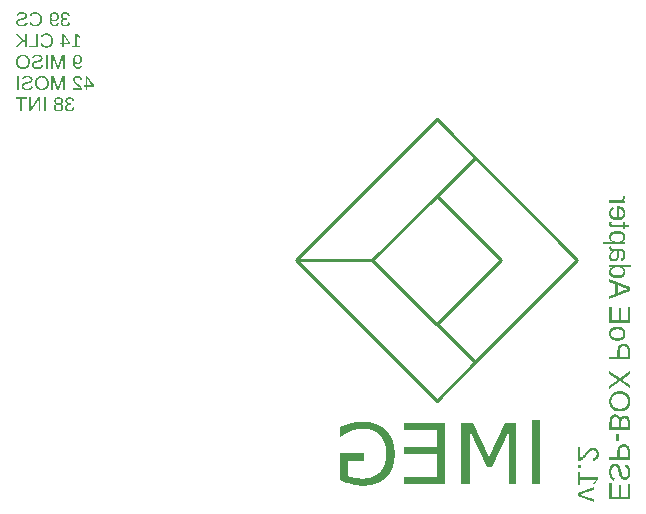
<source format=gbr>
G04 EAGLE Gerber RS-274X export*
G75*
%MOIN*%
%FSLAX34Y34*%
%LPD*%
%INSilkscreen Bottom*%
%IPPOS*%
%AMOC8*
5,1,8,0,0,1.08239X$1,22.5*%
G01*
G04 Define Apertures*
%ADD10C,0.010000*%
G36*
X16683Y6102D02*
X16410Y6102D01*
X16410Y8158D01*
X16789Y8158D01*
X17319Y7013D01*
X17867Y8158D01*
X18240Y8158D01*
X18240Y6102D01*
X17985Y6102D01*
X17985Y7874D01*
X17417Y6668D01*
X17254Y6668D01*
X16683Y7874D01*
X16683Y6102D01*
G37*
G36*
X13109Y6062D02*
X13062Y6063D01*
X13015Y6066D01*
X12967Y6070D01*
X12919Y6077D01*
X12870Y6085D01*
X12822Y6095D01*
X12772Y6106D01*
X12723Y6120D01*
X12673Y6134D01*
X12625Y6150D01*
X12577Y6165D01*
X12531Y6182D01*
X12485Y6199D01*
X12441Y6217D01*
X12397Y6235D01*
X12355Y6254D01*
X12355Y7136D01*
X13176Y7136D01*
X13176Y6896D01*
X12625Y6896D01*
X12625Y6392D01*
X12651Y6382D01*
X12677Y6373D01*
X12704Y6363D01*
X12733Y6355D01*
X12762Y6346D01*
X12793Y6339D01*
X12824Y6331D01*
X12857Y6325D01*
X12890Y6318D01*
X12923Y6313D01*
X12956Y6309D01*
X12989Y6305D01*
X13022Y6302D01*
X13055Y6300D01*
X13088Y6299D01*
X13121Y6298D01*
X13166Y6299D01*
X13209Y6302D01*
X13251Y6306D01*
X13292Y6312D01*
X13332Y6320D01*
X13371Y6330D01*
X13408Y6341D01*
X13445Y6354D01*
X13480Y6368D01*
X13514Y6385D01*
X13547Y6403D01*
X13578Y6423D01*
X13608Y6445D01*
X13638Y6468D01*
X13666Y6493D01*
X13692Y6520D01*
X13718Y6548D01*
X13742Y6578D01*
X13764Y6609D01*
X13784Y6642D01*
X13803Y6676D01*
X13820Y6711D01*
X13836Y6748D01*
X13850Y6786D01*
X13862Y6825D01*
X13873Y6866D01*
X13882Y6908D01*
X13889Y6952D01*
X13895Y6997D01*
X13899Y7044D01*
X13902Y7091D01*
X13902Y7140D01*
X13902Y7187D01*
X13899Y7233D01*
X13895Y7277D01*
X13890Y7320D01*
X13883Y7362D01*
X13874Y7402D01*
X13864Y7441D01*
X13852Y7480D01*
X13839Y7516D01*
X13824Y7552D01*
X13807Y7587D01*
X13789Y7620D01*
X13770Y7652D01*
X13749Y7682D01*
X13726Y7712D01*
X13701Y7740D01*
X13676Y7767D01*
X13649Y7792D01*
X13621Y7816D01*
X13592Y7837D01*
X13562Y7857D01*
X13531Y7875D01*
X13498Y7892D01*
X13465Y7907D01*
X13430Y7919D01*
X13394Y7931D01*
X13357Y7940D01*
X13319Y7948D01*
X13280Y7954D01*
X13240Y7958D01*
X13198Y7961D01*
X13155Y7962D01*
X13118Y7961D01*
X13081Y7960D01*
X13045Y7958D01*
X13010Y7955D01*
X12977Y7951D01*
X12944Y7946D01*
X12912Y7940D01*
X12881Y7934D01*
X12852Y7926D01*
X12823Y7919D01*
X12794Y7910D01*
X12767Y7902D01*
X12740Y7893D01*
X12715Y7883D01*
X12690Y7873D01*
X12665Y7862D01*
X12626Y7843D01*
X12586Y7822D01*
X12546Y7799D01*
X12505Y7773D01*
X12433Y7724D01*
X12405Y7704D01*
X12381Y7686D01*
X12356Y7686D01*
X12356Y8010D01*
X12409Y8034D01*
X12460Y8057D01*
X12511Y8078D01*
X12560Y8096D01*
X12609Y8113D01*
X12657Y8128D01*
X12704Y8142D01*
X12750Y8153D01*
X12796Y8163D01*
X12841Y8172D01*
X12886Y8179D01*
X12931Y8185D01*
X12976Y8189D01*
X13020Y8193D01*
X13065Y8195D01*
X13109Y8195D01*
X13140Y8195D01*
X13171Y8194D01*
X13201Y8193D01*
X13231Y8191D01*
X13260Y8188D01*
X13289Y8185D01*
X13318Y8182D01*
X13346Y8177D01*
X13374Y8173D01*
X13402Y8167D01*
X13429Y8162D01*
X13455Y8155D01*
X13481Y8148D01*
X13507Y8141D01*
X13532Y8133D01*
X13557Y8124D01*
X13582Y8115D01*
X13606Y8105D01*
X13630Y8095D01*
X13653Y8084D01*
X13676Y8072D01*
X13698Y8060D01*
X13720Y8048D01*
X13742Y8035D01*
X13763Y8021D01*
X13783Y8007D01*
X13804Y7992D01*
X13824Y7977D01*
X13843Y7961D01*
X13862Y7945D01*
X13881Y7928D01*
X13899Y7910D01*
X13917Y7892D01*
X13934Y7874D01*
X13950Y7855D01*
X13966Y7836D01*
X13982Y7816D01*
X13997Y7796D01*
X14011Y7775D01*
X14025Y7755D01*
X14038Y7733D01*
X14051Y7712D01*
X14063Y7690D01*
X14074Y7667D01*
X14085Y7644D01*
X14096Y7621D01*
X14105Y7597D01*
X14115Y7573D01*
X14123Y7549D01*
X14132Y7524D01*
X14139Y7498D01*
X14146Y7473D01*
X14153Y7446D01*
X14159Y7420D01*
X14164Y7393D01*
X14169Y7366D01*
X14173Y7338D01*
X14177Y7310D01*
X14180Y7281D01*
X14182Y7252D01*
X14184Y7223D01*
X14186Y7193D01*
X14186Y7163D01*
X14187Y7132D01*
X14186Y7099D01*
X14186Y7066D01*
X14184Y7034D01*
X14182Y7002D01*
X14179Y6971D01*
X14176Y6940D01*
X14172Y6910D01*
X14167Y6880D01*
X14162Y6851D01*
X14157Y6822D01*
X14150Y6794D01*
X14143Y6767D01*
X14136Y6740D01*
X14128Y6713D01*
X14119Y6688D01*
X14109Y6662D01*
X14099Y6637D01*
X14089Y6613D01*
X14078Y6589D01*
X14067Y6566D01*
X14055Y6543D01*
X14042Y6521D01*
X14029Y6499D01*
X14016Y6478D01*
X14002Y6457D01*
X13987Y6437D01*
X13972Y6418D01*
X13957Y6399D01*
X13941Y6380D01*
X13924Y6362D01*
X13907Y6344D01*
X13890Y6327D01*
X13872Y6311D01*
X13854Y6295D01*
X13835Y6280D01*
X13816Y6265D01*
X13796Y6251D01*
X13776Y6237D01*
X13755Y6224D01*
X13734Y6211D01*
X13713Y6199D01*
X13691Y6188D01*
X13668Y6176D01*
X13645Y6166D01*
X13622Y6156D01*
X13598Y6146D01*
X13574Y6137D01*
X13549Y6129D01*
X13524Y6121D01*
X13498Y6113D01*
X13472Y6106D01*
X13446Y6100D01*
X13420Y6094D01*
X13393Y6088D01*
X13366Y6083D01*
X13339Y6079D01*
X13311Y6075D01*
X13283Y6072D01*
X13255Y6069D01*
X13226Y6066D01*
X13197Y6065D01*
X13168Y6063D01*
X13138Y6063D01*
X13109Y6062D01*
G37*
G36*
X15857Y6102D02*
X14503Y6102D01*
X14503Y6345D01*
X15584Y6345D01*
X15584Y7109D01*
X14503Y7109D01*
X14503Y7352D01*
X15584Y7352D01*
X15584Y7915D01*
X14503Y7915D01*
X14503Y8158D01*
X15857Y8158D01*
X15857Y6102D01*
G37*
G36*
X19033Y6102D02*
X18774Y6102D01*
X18774Y8250D01*
X19033Y8250D01*
X19033Y6102D01*
G37*
G36*
X1797Y19954D02*
X1780Y19955D01*
X1763Y19956D01*
X1747Y19958D01*
X1731Y19961D01*
X1716Y19965D01*
X1702Y19970D01*
X1688Y19976D01*
X1675Y19983D01*
X1663Y19991D01*
X1651Y19999D01*
X1640Y20008D01*
X1630Y20018D01*
X1620Y20029D01*
X1611Y20041D01*
X1603Y20053D01*
X1596Y20066D01*
X1590Y20080D01*
X1584Y20095D01*
X1579Y20109D01*
X1575Y20125D01*
X1572Y20141D01*
X1570Y20158D01*
X1569Y20175D01*
X1569Y20193D01*
X1569Y20210D01*
X1570Y20228D01*
X1572Y20244D01*
X1575Y20260D01*
X1579Y20276D01*
X1584Y20290D01*
X1589Y20305D01*
X1596Y20318D01*
X1603Y20331D01*
X1611Y20343D01*
X1620Y20354D01*
X1629Y20365D01*
X1639Y20375D01*
X1650Y20384D01*
X1662Y20392D01*
X1675Y20399D01*
X1688Y20406D01*
X1701Y20411D01*
X1716Y20416D01*
X1731Y20420D01*
X1746Y20423D01*
X1762Y20425D01*
X1779Y20427D01*
X1796Y20427D01*
X1809Y20427D01*
X1822Y20426D01*
X1835Y20425D01*
X1847Y20423D01*
X1859Y20421D01*
X1870Y20418D01*
X1892Y20412D01*
X1912Y20403D01*
X1931Y20392D01*
X1948Y20380D01*
X1964Y20365D01*
X1978Y20349D01*
X1991Y20331D01*
X2001Y20312D01*
X2009Y20291D01*
X2016Y20268D01*
X2021Y20245D01*
X2022Y20232D01*
X2024Y20219D01*
X2024Y20206D01*
X2025Y20193D01*
X2024Y20175D01*
X2023Y20157D01*
X2021Y20141D01*
X2018Y20125D01*
X2014Y20109D01*
X2009Y20094D01*
X2004Y20080D01*
X1997Y20066D01*
X1990Y20053D01*
X1982Y20040D01*
X1974Y20029D01*
X1964Y20018D01*
X1954Y20008D01*
X1943Y19999D01*
X1931Y19990D01*
X1919Y19983D01*
X1906Y19976D01*
X1892Y19970D01*
X1878Y19965D01*
X1863Y19961D01*
X1847Y19958D01*
X1831Y19956D01*
X1814Y19955D01*
X1797Y19954D01*
G37*
%LPC*%
G36*
X1797Y20005D02*
X1816Y20005D01*
X1833Y20008D01*
X1850Y20012D01*
X1866Y20017D01*
X1880Y20024D01*
X1894Y20033D01*
X1906Y20044D01*
X1918Y20055D01*
X1928Y20069D01*
X1937Y20083D01*
X1944Y20098D01*
X1950Y20115D01*
X1955Y20133D01*
X1959Y20152D01*
X1961Y20172D01*
X1961Y20193D01*
X1961Y20214D01*
X1959Y20234D01*
X1955Y20252D01*
X1950Y20270D01*
X1944Y20286D01*
X1937Y20301D01*
X1928Y20315D01*
X1918Y20328D01*
X1907Y20339D01*
X1894Y20349D01*
X1881Y20357D01*
X1866Y20364D01*
X1850Y20369D01*
X1833Y20373D01*
X1815Y20375D01*
X1796Y20376D01*
X1777Y20375D01*
X1759Y20373D01*
X1742Y20369D01*
X1727Y20364D01*
X1712Y20357D01*
X1699Y20349D01*
X1686Y20339D01*
X1675Y20327D01*
X1665Y20314D01*
X1656Y20301D01*
X1649Y20285D01*
X1643Y20269D01*
X1638Y20252D01*
X1635Y20233D01*
X1633Y20213D01*
X1632Y20193D01*
X1633Y20171D01*
X1635Y20150D01*
X1638Y20131D01*
X1643Y20113D01*
X1649Y20096D01*
X1656Y20081D01*
X1665Y20067D01*
X1675Y20054D01*
X1686Y20042D01*
X1698Y20032D01*
X1712Y20024D01*
X1727Y20017D01*
X1742Y20012D01*
X1759Y20008D01*
X1778Y20005D01*
X1797Y20005D01*
G37*
%LPD*%
G36*
X2427Y19245D02*
X2410Y19246D01*
X2393Y19247D01*
X2377Y19250D01*
X2362Y19253D01*
X2347Y19257D01*
X2332Y19262D01*
X2319Y19268D01*
X2305Y19274D01*
X2293Y19282D01*
X2281Y19291D01*
X2270Y19300D01*
X2260Y19310D01*
X2250Y19321D01*
X2242Y19332D01*
X2234Y19345D01*
X2226Y19358D01*
X2220Y19371D01*
X2214Y19386D01*
X2210Y19401D01*
X2206Y19416D01*
X2203Y19432D01*
X2200Y19449D01*
X2199Y19466D01*
X2199Y19484D01*
X2199Y19502D01*
X2200Y19519D01*
X2203Y19536D01*
X2206Y19552D01*
X2209Y19567D01*
X2214Y19582D01*
X2220Y19596D01*
X2226Y19609D01*
X2233Y19622D01*
X2241Y19634D01*
X2250Y19646D01*
X2259Y19656D01*
X2270Y19666D01*
X2281Y19675D01*
X2292Y19683D01*
X2305Y19691D01*
X2318Y19697D01*
X2332Y19703D01*
X2346Y19708D01*
X2361Y19711D01*
X2376Y19715D01*
X2393Y19717D01*
X2409Y19718D01*
X2426Y19718D01*
X2440Y19718D01*
X2453Y19717D01*
X2465Y19716D01*
X2477Y19715D01*
X2489Y19712D01*
X2501Y19710D01*
X2522Y19703D01*
X2543Y19694D01*
X2561Y19683D01*
X2579Y19671D01*
X2594Y19656D01*
X2609Y19640D01*
X2621Y19622D01*
X2631Y19603D01*
X2640Y19582D01*
X2646Y19560D01*
X2651Y19536D01*
X2653Y19524D01*
X2654Y19511D01*
X2655Y19497D01*
X2655Y19484D01*
X2654Y19466D01*
X2653Y19449D01*
X2651Y19432D01*
X2648Y19416D01*
X2644Y19400D01*
X2640Y19385D01*
X2634Y19371D01*
X2628Y19357D01*
X2621Y19344D01*
X2613Y19332D01*
X2604Y19320D01*
X2595Y19309D01*
X2584Y19299D01*
X2573Y19290D01*
X2562Y19282D01*
X2549Y19274D01*
X2536Y19267D01*
X2522Y19262D01*
X2508Y19257D01*
X2493Y19253D01*
X2477Y19249D01*
X2461Y19247D01*
X2444Y19246D01*
X2427Y19245D01*
G37*
%LPC*%
G36*
X2427Y19296D02*
X2446Y19297D01*
X2464Y19299D01*
X2480Y19303D01*
X2496Y19309D01*
X2511Y19316D01*
X2524Y19325D01*
X2537Y19335D01*
X2548Y19347D01*
X2558Y19360D01*
X2567Y19374D01*
X2574Y19390D01*
X2581Y19406D01*
X2585Y19424D01*
X2589Y19443D01*
X2591Y19463D01*
X2592Y19484D01*
X2591Y19505D01*
X2589Y19525D01*
X2585Y19544D01*
X2581Y19561D01*
X2575Y19578D01*
X2567Y19593D01*
X2559Y19607D01*
X2548Y19619D01*
X2537Y19631D01*
X2525Y19640D01*
X2511Y19649D01*
X2496Y19655D01*
X2481Y19661D01*
X2464Y19665D01*
X2446Y19667D01*
X2426Y19668D01*
X2407Y19667D01*
X2390Y19664D01*
X2373Y19661D01*
X2357Y19655D01*
X2342Y19648D01*
X2329Y19640D01*
X2317Y19630D01*
X2305Y19619D01*
X2295Y19606D01*
X2286Y19592D01*
X2279Y19577D01*
X2273Y19560D01*
X2268Y19543D01*
X2265Y19524D01*
X2263Y19505D01*
X2262Y19484D01*
X2263Y19462D01*
X2265Y19442D01*
X2268Y19422D01*
X2273Y19404D01*
X2279Y19388D01*
X2286Y19372D01*
X2295Y19358D01*
X2305Y19345D01*
X2316Y19334D01*
X2329Y19324D01*
X2342Y19315D01*
X2357Y19308D01*
X2373Y19303D01*
X2390Y19299D01*
X2408Y19297D01*
X2427Y19296D01*
G37*
%LPD*%
G36*
X2984Y18537D02*
X2966Y18537D01*
X2948Y18539D01*
X2932Y18542D01*
X2917Y18546D01*
X2903Y18551D01*
X2890Y18557D01*
X2878Y18564D01*
X2868Y18572D01*
X2858Y18582D01*
X2850Y18592D01*
X2843Y18603D01*
X2837Y18615D01*
X2833Y18628D01*
X2830Y18641D01*
X2828Y18656D01*
X2827Y18672D01*
X2828Y18683D01*
X2829Y18693D01*
X2831Y18703D01*
X2833Y18713D01*
X2837Y18722D01*
X2841Y18731D01*
X2846Y18739D01*
X2852Y18747D01*
X2853Y18748D01*
X2858Y18754D01*
X2865Y18761D01*
X2873Y18766D01*
X2881Y18771D01*
X2890Y18776D01*
X2900Y18779D01*
X2910Y18782D01*
X2920Y18784D01*
X2920Y18786D01*
X2911Y18788D01*
X2902Y18791D01*
X2894Y18794D01*
X2886Y18799D01*
X2879Y18804D01*
X2873Y18809D01*
X2873Y18809D01*
X2866Y18816D01*
X2861Y18823D01*
X2856Y18830D01*
X2851Y18838D01*
X2847Y18846D01*
X2844Y18854D01*
X2842Y18863D01*
X2840Y18872D01*
X2839Y18882D01*
X2839Y18891D01*
X2839Y18905D01*
X2841Y18917D01*
X2844Y18929D01*
X2849Y18940D01*
X2854Y18951D01*
X2861Y18960D01*
X2869Y18969D01*
X2878Y18978D01*
X2888Y18985D01*
X2900Y18992D01*
X2912Y18997D01*
X2925Y19002D01*
X2938Y19005D01*
X2953Y19008D01*
X2969Y19009D01*
X2985Y19010D01*
X3001Y19009D01*
X3017Y19008D01*
X3031Y19005D01*
X3045Y19002D01*
X3058Y18997D01*
X3069Y18991D01*
X3081Y18985D01*
X3091Y18977D01*
X3100Y18969D01*
X3108Y18960D01*
X3115Y18950D01*
X3120Y18940D01*
X3125Y18929D01*
X3128Y18917D01*
X3129Y18905D01*
X3130Y18892D01*
X3130Y18882D01*
X3129Y18873D01*
X3127Y18864D01*
X3125Y18855D01*
X3122Y18847D01*
X3118Y18838D01*
X3113Y18831D01*
X3108Y18823D01*
X3103Y18816D01*
X3097Y18810D01*
X3090Y18804D01*
X3083Y18799D01*
X3075Y18795D01*
X3067Y18791D01*
X3058Y18788D01*
X3049Y18785D01*
X3049Y18784D01*
X3059Y18782D01*
X3068Y18779D01*
X3077Y18775D01*
X3086Y18771D01*
X3094Y18766D01*
X3101Y18760D01*
X3108Y18754D01*
X3115Y18747D01*
X3121Y18739D01*
X3126Y18730D01*
X3131Y18722D01*
X3134Y18712D01*
X3137Y18703D01*
X3139Y18692D01*
X3140Y18682D01*
X3141Y18671D01*
X3140Y18655D01*
X3138Y18641D01*
X3135Y18627D01*
X3130Y18614D01*
X3125Y18602D01*
X3117Y18591D01*
X3109Y18581D01*
X3099Y18572D01*
X3088Y18564D01*
X3076Y18556D01*
X3064Y18550D01*
X3050Y18546D01*
X3035Y18542D01*
X3019Y18539D01*
X3002Y18537D01*
X2984Y18537D01*
G37*
%LPC*%
G36*
X2983Y18581D02*
X2995Y18581D01*
X3006Y18582D01*
X3016Y18584D01*
X3026Y18587D01*
X3034Y18590D01*
X3042Y18594D01*
X3050Y18599D01*
X3056Y18605D01*
X3062Y18611D01*
X3067Y18618D01*
X3071Y18626D01*
X3074Y18634D01*
X3077Y18643D01*
X3079Y18653D01*
X3080Y18664D01*
X3080Y18676D01*
X3080Y18686D01*
X3079Y18695D01*
X3077Y18704D01*
X3074Y18712D01*
X3070Y18720D01*
X3066Y18727D01*
X3061Y18734D01*
X3055Y18740D01*
X3048Y18745D01*
X3041Y18750D01*
X3033Y18754D01*
X3025Y18757D01*
X3016Y18760D01*
X3006Y18762D01*
X2996Y18763D01*
X2985Y18763D01*
X2974Y18763D01*
X2964Y18762D01*
X2954Y18760D01*
X2944Y18758D01*
X2936Y18755D01*
X2928Y18751D01*
X2921Y18747D01*
X2914Y18741D01*
X2908Y18736D01*
X2903Y18729D01*
X2898Y18722D01*
X2895Y18715D01*
X2892Y18706D01*
X2890Y18697D01*
X2889Y18687D01*
X2888Y18677D01*
X2889Y18665D01*
X2890Y18654D01*
X2892Y18643D01*
X2894Y18634D01*
X2898Y18625D01*
X2902Y18617D01*
X2906Y18610D01*
X2912Y18604D01*
X2918Y18598D01*
X2925Y18594D01*
X2933Y18590D01*
X2941Y18587D01*
X2951Y18584D01*
X2961Y18582D01*
X2972Y18581D01*
X2983Y18581D01*
G37*
G36*
X2985Y18807D02*
X2995Y18808D01*
X3004Y18808D01*
X3013Y18810D01*
X3021Y18812D01*
X3028Y18815D01*
X3035Y18819D01*
X3042Y18823D01*
X3048Y18828D01*
X3053Y18833D01*
X3058Y18839D01*
X3061Y18846D01*
X3064Y18853D01*
X3067Y18861D01*
X3069Y18870D01*
X3070Y18879D01*
X3070Y18888D01*
X3070Y18898D01*
X3069Y18906D01*
X3067Y18915D01*
X3065Y18922D01*
X3062Y18929D01*
X3058Y18936D01*
X3053Y18941D01*
X3048Y18946D01*
X3043Y18951D01*
X3036Y18955D01*
X3029Y18958D01*
X3022Y18961D01*
X3014Y18963D01*
X3005Y18965D01*
X2995Y18966D01*
X2985Y18966D01*
X2975Y18966D01*
X2965Y18965D01*
X2956Y18963D01*
X2948Y18961D01*
X2940Y18958D01*
X2933Y18955D01*
X2927Y18951D01*
X2921Y18947D01*
X2916Y18941D01*
X2912Y18936D01*
X2908Y18929D01*
X2905Y18922D01*
X2903Y18915D01*
X2901Y18906D01*
X2900Y18898D01*
X2900Y18888D01*
X2900Y18878D01*
X2901Y18868D01*
X2903Y18859D01*
X2905Y18851D01*
X2908Y18844D01*
X2912Y18837D01*
X2916Y18831D01*
X2921Y18826D01*
X2927Y18822D01*
X2934Y18818D01*
X2941Y18815D01*
X2948Y18812D01*
X2956Y18810D01*
X2965Y18808D01*
X2975Y18808D01*
X2985Y18807D01*
G37*
%LPD*%
G36*
X2848Y21371D02*
X2838Y21372D01*
X2829Y21372D01*
X2820Y21374D01*
X2811Y21375D01*
X2793Y21380D01*
X2778Y21387D01*
X2763Y21396D01*
X2749Y21407D01*
X2737Y21420D01*
X2725Y21435D01*
X2715Y21452D01*
X2706Y21470D01*
X2699Y21490D01*
X2693Y21512D01*
X2688Y21536D01*
X2685Y21561D01*
X2683Y21588D01*
X2682Y21617D01*
X2683Y21645D01*
X2684Y21670D01*
X2687Y21694D01*
X2692Y21717D01*
X2697Y21737D01*
X2704Y21756D01*
X2712Y21773D01*
X2721Y21788D01*
X2732Y21801D01*
X2743Y21812D01*
X2756Y21822D01*
X2770Y21830D01*
X2785Y21836D01*
X2801Y21841D01*
X2819Y21844D01*
X2838Y21844D01*
X2855Y21844D01*
X2872Y21842D01*
X2887Y21839D01*
X2902Y21834D01*
X2915Y21828D01*
X2928Y21821D01*
X2939Y21813D01*
X2950Y21803D01*
X2960Y21792D01*
X2968Y21781D01*
X2975Y21768D01*
X2980Y21754D01*
X2985Y21740D01*
X2988Y21724D01*
X2990Y21707D01*
X2990Y21690D01*
X2990Y21673D01*
X2988Y21656D01*
X2985Y21641D01*
X2981Y21627D01*
X2976Y21613D01*
X2970Y21600D01*
X2962Y21588D01*
X2953Y21577D01*
X2944Y21567D01*
X2933Y21559D01*
X2922Y21551D01*
X2910Y21545D01*
X2897Y21541D01*
X2884Y21538D01*
X2869Y21536D01*
X2854Y21535D01*
X2845Y21535D01*
X2836Y21536D01*
X2827Y21537D01*
X2818Y21539D01*
X2809Y21542D01*
X2801Y21545D01*
X2785Y21553D01*
X2770Y21562D01*
X2764Y21568D01*
X2758Y21573D01*
X2752Y21579D01*
X2748Y21586D01*
X2744Y21593D01*
X2740Y21600D01*
X2741Y21579D01*
X2742Y21559D01*
X2745Y21540D01*
X2748Y21523D01*
X2752Y21507D01*
X2757Y21492D01*
X2762Y21478D01*
X2769Y21466D01*
X2776Y21455D01*
X2784Y21445D01*
X2793Y21437D01*
X2802Y21430D01*
X2813Y21425D01*
X2823Y21422D01*
X2835Y21419D01*
X2847Y21419D01*
X2862Y21420D01*
X2875Y21422D01*
X2886Y21427D01*
X2897Y21433D01*
X2906Y21441D01*
X2913Y21451D01*
X2920Y21463D01*
X2925Y21476D01*
X2981Y21467D01*
X2977Y21455D01*
X2973Y21444D01*
X2968Y21433D01*
X2962Y21424D01*
X2956Y21415D01*
X2950Y21407D01*
X2942Y21400D01*
X2935Y21394D01*
X2926Y21389D01*
X2917Y21384D01*
X2907Y21380D01*
X2897Y21377D01*
X2886Y21375D01*
X2874Y21373D01*
X2861Y21372D01*
X2848Y21371D01*
G37*
%LPC*%
G36*
X2840Y21581D02*
X2850Y21582D01*
X2860Y21583D01*
X2869Y21585D01*
X2878Y21588D01*
X2886Y21593D01*
X2893Y21598D01*
X2900Y21604D01*
X2906Y21610D01*
X2912Y21618D01*
X2917Y21626D01*
X2921Y21635D01*
X2925Y21645D01*
X2927Y21655D01*
X2929Y21666D01*
X2930Y21678D01*
X2931Y21690D01*
X2930Y21702D01*
X2929Y21713D01*
X2927Y21724D01*
X2925Y21734D01*
X2921Y21743D01*
X2917Y21752D01*
X2912Y21760D01*
X2906Y21768D01*
X2900Y21775D01*
X2893Y21781D01*
X2885Y21786D01*
X2877Y21790D01*
X2869Y21793D01*
X2860Y21795D01*
X2850Y21796D01*
X2839Y21797D01*
X2829Y21796D01*
X2819Y21795D01*
X2810Y21792D01*
X2801Y21788D01*
X2793Y21784D01*
X2785Y21778D01*
X2778Y21771D01*
X2771Y21763D01*
X2765Y21754D01*
X2760Y21745D01*
X2756Y21735D01*
X2752Y21724D01*
X2749Y21712D01*
X2747Y21700D01*
X2746Y21687D01*
X2746Y21674D01*
X2747Y21661D01*
X2749Y21648D01*
X2753Y21637D01*
X2758Y21626D01*
X2765Y21616D01*
X2773Y21607D01*
X2782Y21599D01*
X2793Y21593D01*
X2804Y21588D01*
X2816Y21584D01*
X2828Y21582D01*
X2840Y21581D01*
G37*
%LPD*%
G36*
X3627Y19954D02*
X3617Y19954D01*
X3608Y19955D01*
X3599Y19956D01*
X3590Y19958D01*
X3572Y19963D01*
X3556Y19970D01*
X3542Y19979D01*
X3528Y19990D01*
X3515Y20003D01*
X3504Y20018D01*
X3494Y20034D01*
X3485Y20053D01*
X3478Y20073D01*
X3472Y20095D01*
X3467Y20119D01*
X3464Y20144D01*
X3462Y20171D01*
X3461Y20200D01*
X3461Y20227D01*
X3463Y20253D01*
X3466Y20277D01*
X3471Y20299D01*
X3476Y20320D01*
X3483Y20338D01*
X3491Y20355D01*
X3500Y20370D01*
X3511Y20384D01*
X3522Y20395D01*
X3535Y20405D01*
X3549Y20413D01*
X3564Y20419D01*
X3580Y20424D01*
X3598Y20426D01*
X3616Y20427D01*
X3634Y20426D01*
X3651Y20425D01*
X3666Y20421D01*
X3681Y20417D01*
X3694Y20411D01*
X3707Y20404D01*
X3718Y20396D01*
X3729Y20386D01*
X3738Y20375D01*
X3747Y20363D01*
X3754Y20351D01*
X3759Y20337D01*
X3764Y20322D01*
X3767Y20307D01*
X3769Y20290D01*
X3769Y20272D01*
X3769Y20255D01*
X3767Y20239D01*
X3764Y20224D01*
X3760Y20209D01*
X3755Y20196D01*
X3749Y20183D01*
X3741Y20171D01*
X3732Y20160D01*
X3723Y20150D01*
X3712Y20141D01*
X3701Y20134D01*
X3689Y20128D01*
X3676Y20123D01*
X3663Y20120D01*
X3648Y20118D01*
X3633Y20118D01*
X3624Y20118D01*
X3615Y20119D01*
X3606Y20120D01*
X3597Y20122D01*
X3588Y20124D01*
X3580Y20128D01*
X3564Y20135D01*
X3549Y20145D01*
X3543Y20150D01*
X3537Y20156D01*
X3531Y20162D01*
X3527Y20168D01*
X3522Y20175D01*
X3519Y20182D01*
X3520Y20161D01*
X3521Y20141D01*
X3524Y20123D01*
X3527Y20105D01*
X3531Y20089D01*
X3536Y20074D01*
X3541Y20061D01*
X3548Y20048D01*
X3555Y20037D01*
X3563Y20028D01*
X3572Y20020D01*
X3581Y20013D01*
X3592Y20008D01*
X3602Y20004D01*
X3614Y20002D01*
X3626Y20001D01*
X3641Y20002D01*
X3654Y20005D01*
X3665Y20009D01*
X3676Y20016D01*
X3685Y20024D01*
X3692Y20034D01*
X3699Y20045D01*
X3704Y20059D01*
X3760Y20050D01*
X3756Y20038D01*
X3752Y20026D01*
X3747Y20016D01*
X3741Y20006D01*
X3735Y19998D01*
X3729Y19990D01*
X3721Y19983D01*
X3714Y19977D01*
X3705Y19971D01*
X3696Y19967D01*
X3686Y19963D01*
X3676Y19960D01*
X3665Y19957D01*
X3653Y19956D01*
X3640Y19954D01*
X3627Y19954D01*
G37*
%LPC*%
G36*
X3619Y20164D02*
X3629Y20164D01*
X3639Y20166D01*
X3648Y20168D01*
X3657Y20171D01*
X3665Y20175D01*
X3672Y20180D01*
X3679Y20186D01*
X3685Y20193D01*
X3691Y20201D01*
X3696Y20209D01*
X3700Y20218D01*
X3704Y20228D01*
X3706Y20238D01*
X3708Y20249D01*
X3709Y20260D01*
X3710Y20272D01*
X3709Y20284D01*
X3708Y20296D01*
X3706Y20307D01*
X3704Y20317D01*
X3700Y20326D01*
X3696Y20335D01*
X3691Y20343D01*
X3685Y20351D01*
X3679Y20357D01*
X3672Y20363D01*
X3664Y20368D01*
X3656Y20372D01*
X3648Y20375D01*
X3639Y20378D01*
X3629Y20379D01*
X3618Y20379D01*
X3608Y20379D01*
X3598Y20377D01*
X3589Y20375D01*
X3580Y20371D01*
X3572Y20366D01*
X3564Y20360D01*
X3557Y20354D01*
X3550Y20346D01*
X3544Y20337D01*
X3539Y20327D01*
X3535Y20317D01*
X3531Y20307D01*
X3528Y20295D01*
X3526Y20283D01*
X3525Y20270D01*
X3525Y20256D01*
X3526Y20243D01*
X3528Y20231D01*
X3532Y20219D01*
X3537Y20208D01*
X3544Y20198D01*
X3552Y20189D01*
X3561Y20182D01*
X3572Y20175D01*
X3583Y20170D01*
X3595Y20167D01*
X3607Y20165D01*
X3619Y20164D01*
G37*
%LPD*%
G36*
X2798Y19961D02*
X2742Y19961D01*
X2742Y20420D01*
X2822Y20420D01*
X2942Y20102D01*
X2946Y20090D01*
X2953Y20068D01*
X2960Y20045D01*
X2964Y20028D01*
X2972Y20060D01*
X2978Y20082D01*
X2984Y20102D01*
X3107Y20420D01*
X3189Y20420D01*
X3189Y19961D01*
X3133Y19961D01*
X3133Y20267D01*
X3134Y20329D01*
X3135Y20365D01*
X3125Y20329D01*
X3106Y20274D01*
X2986Y19961D01*
X2942Y19961D01*
X2824Y20274D01*
X2817Y20292D01*
X2810Y20313D01*
X2795Y20365D01*
X2797Y20317D01*
X2798Y20267D01*
X2798Y19961D01*
G37*
G36*
X2798Y19252D02*
X2742Y19252D01*
X2742Y19712D01*
X2822Y19712D01*
X2942Y19393D01*
X2946Y19381D01*
X2953Y19359D01*
X2960Y19336D01*
X2964Y19320D01*
X2972Y19352D01*
X2978Y19373D01*
X2985Y19393D01*
X3107Y19712D01*
X3189Y19712D01*
X3189Y19252D01*
X3134Y19252D01*
X3134Y19559D01*
X3135Y19620D01*
X3136Y19656D01*
X3125Y19621D01*
X3107Y19565D01*
X2986Y19252D01*
X2943Y19252D01*
X2824Y19565D01*
X2817Y19583D01*
X2810Y19604D01*
X2795Y19656D01*
X2797Y19609D01*
X2798Y19559D01*
X2798Y19252D01*
G37*
G36*
X2074Y18543D02*
X1999Y18543D01*
X1999Y19003D01*
X2055Y19003D01*
X2055Y18702D01*
X2054Y18664D01*
X2051Y18609D01*
X2300Y19003D01*
X2372Y19003D01*
X2372Y18543D01*
X2317Y18543D01*
X2317Y18849D01*
X2318Y18903D01*
X2320Y18935D01*
X2074Y18543D01*
G37*
G36*
X3161Y20669D02*
X3106Y20669D01*
X3106Y20773D01*
X3041Y20773D01*
X3041Y20820D01*
X3106Y20820D01*
X3106Y21129D01*
X3168Y21129D01*
X3378Y20819D01*
X3378Y20773D01*
X3161Y20773D01*
X3161Y20669D01*
G37*
%LPC*%
G36*
X3324Y20820D02*
X3319Y20826D01*
X3301Y20850D01*
X3183Y21024D01*
X3171Y21045D01*
X3161Y21063D01*
X3161Y20820D01*
X3324Y20820D01*
G37*
%LPD*%
G36*
X3939Y19252D02*
X3884Y19252D01*
X3884Y19356D01*
X3819Y19356D01*
X3819Y19402D01*
X3884Y19402D01*
X3884Y19712D01*
X3946Y19712D01*
X4156Y19402D01*
X4156Y19356D01*
X3939Y19356D01*
X3939Y19252D01*
G37*
%LPC*%
G36*
X4102Y19402D02*
X4097Y19409D01*
X4079Y19433D01*
X3961Y19607D01*
X3949Y19628D01*
X3939Y19645D01*
X3939Y19402D01*
X4102Y19402D01*
G37*
%LPD*%
G36*
X1757Y21371D02*
X1735Y21372D01*
X1714Y21374D01*
X1695Y21376D01*
X1677Y21380D01*
X1660Y21385D01*
X1644Y21391D01*
X1630Y21398D01*
X1617Y21406D01*
X1605Y21416D01*
X1595Y21426D01*
X1587Y21437D01*
X1580Y21448D01*
X1574Y21461D01*
X1570Y21475D01*
X1568Y21489D01*
X1567Y21505D01*
X1568Y21517D01*
X1569Y21528D01*
X1571Y21539D01*
X1574Y21549D01*
X1578Y21558D01*
X1583Y21566D01*
X1588Y21574D01*
X1594Y21581D01*
X1600Y21587D01*
X1607Y21593D01*
X1615Y21599D01*
X1623Y21604D01*
X1640Y21613D01*
X1659Y21620D01*
X1679Y21627D01*
X1699Y21633D01*
X1741Y21643D01*
X1770Y21649D01*
X1794Y21655D01*
X1813Y21661D01*
X1826Y21666D01*
X1836Y21671D01*
X1845Y21677D01*
X1852Y21683D01*
X1858Y21690D01*
X1863Y21697D01*
X1867Y21705D01*
X1869Y21715D01*
X1870Y21725D01*
X1869Y21733D01*
X1868Y21742D01*
X1866Y21749D01*
X1862Y21756D01*
X1858Y21763D01*
X1853Y21769D01*
X1847Y21774D01*
X1841Y21779D01*
X1833Y21783D01*
X1824Y21787D01*
X1815Y21790D01*
X1805Y21793D01*
X1794Y21795D01*
X1782Y21796D01*
X1770Y21797D01*
X1756Y21797D01*
X1744Y21797D01*
X1733Y21796D01*
X1722Y21795D01*
X1712Y21793D01*
X1702Y21791D01*
X1693Y21788D01*
X1685Y21785D01*
X1678Y21781D01*
X1671Y21777D01*
X1665Y21771D01*
X1659Y21766D01*
X1654Y21759D01*
X1650Y21753D01*
X1646Y21745D01*
X1642Y21737D01*
X1639Y21728D01*
X1578Y21739D01*
X1583Y21753D01*
X1588Y21765D01*
X1594Y21777D01*
X1601Y21788D01*
X1609Y21798D01*
X1617Y21806D01*
X1626Y21814D01*
X1636Y21820D01*
X1647Y21826D01*
X1659Y21831D01*
X1672Y21835D01*
X1687Y21838D01*
X1702Y21841D01*
X1719Y21843D01*
X1737Y21844D01*
X1756Y21844D01*
X1776Y21844D01*
X1795Y21842D01*
X1813Y21840D01*
X1830Y21836D01*
X1846Y21832D01*
X1860Y21826D01*
X1873Y21820D01*
X1885Y21812D01*
X1896Y21804D01*
X1905Y21795D01*
X1913Y21785D01*
X1919Y21774D01*
X1924Y21762D01*
X1928Y21749D01*
X1930Y21736D01*
X1930Y21721D01*
X1930Y21709D01*
X1928Y21697D01*
X1925Y21686D01*
X1922Y21676D01*
X1917Y21666D01*
X1911Y21657D01*
X1904Y21649D01*
X1897Y21641D01*
X1888Y21634D01*
X1877Y21627D01*
X1866Y21620D01*
X1852Y21614D01*
X1836Y21608D01*
X1817Y21602D01*
X1795Y21596D01*
X1770Y21590D01*
X1712Y21577D01*
X1700Y21573D01*
X1688Y21570D01*
X1678Y21566D01*
X1668Y21561D01*
X1659Y21556D01*
X1652Y21551D01*
X1645Y21545D01*
X1639Y21538D01*
X1635Y21531D01*
X1631Y21522D01*
X1630Y21512D01*
X1629Y21502D01*
X1629Y21492D01*
X1631Y21483D01*
X1634Y21474D01*
X1637Y21466D01*
X1642Y21459D01*
X1647Y21452D01*
X1654Y21446D01*
X1662Y21441D01*
X1670Y21436D01*
X1680Y21432D01*
X1690Y21428D01*
X1701Y21425D01*
X1713Y21423D01*
X1726Y21421D01*
X1740Y21420D01*
X1755Y21420D01*
X1769Y21420D01*
X1782Y21421D01*
X1795Y21423D01*
X1807Y21425D01*
X1818Y21428D01*
X1829Y21431D01*
X1838Y21435D01*
X1847Y21439D01*
X1855Y21445D01*
X1863Y21451D01*
X1869Y21457D01*
X1875Y21464D01*
X1880Y21472D01*
X1885Y21481D01*
X1889Y21490D01*
X1892Y21500D01*
X1952Y21488D01*
X1948Y21474D01*
X1943Y21461D01*
X1937Y21449D01*
X1930Y21437D01*
X1921Y21427D01*
X1912Y21417D01*
X1901Y21408D01*
X1890Y21401D01*
X1877Y21394D01*
X1863Y21388D01*
X1848Y21383D01*
X1832Y21379D01*
X1815Y21376D01*
X1797Y21373D01*
X1778Y21372D01*
X1757Y21371D01*
G37*
G36*
X1942Y19245D02*
X1920Y19246D01*
X1900Y19248D01*
X1880Y19250D01*
X1862Y19254D01*
X1845Y19259D01*
X1829Y19265D01*
X1815Y19272D01*
X1802Y19280D01*
X1790Y19290D01*
X1780Y19300D01*
X1772Y19311D01*
X1765Y19322D01*
X1759Y19335D01*
X1755Y19349D01*
X1753Y19363D01*
X1752Y19379D01*
X1753Y19391D01*
X1754Y19402D01*
X1756Y19413D01*
X1759Y19423D01*
X1763Y19432D01*
X1768Y19440D01*
X1773Y19448D01*
X1779Y19455D01*
X1785Y19461D01*
X1792Y19468D01*
X1800Y19473D01*
X1808Y19478D01*
X1825Y19487D01*
X1844Y19494D01*
X1864Y19501D01*
X1884Y19507D01*
X1927Y19517D01*
X1956Y19523D01*
X1979Y19529D01*
X1998Y19535D01*
X2011Y19540D01*
X2021Y19545D01*
X2030Y19551D01*
X2037Y19557D01*
X2043Y19564D01*
X2048Y19571D01*
X2052Y19579D01*
X2054Y19589D01*
X2055Y19599D01*
X2054Y19607D01*
X2053Y19616D01*
X2051Y19623D01*
X2047Y19630D01*
X2043Y19637D01*
X2038Y19643D01*
X2032Y19648D01*
X2026Y19653D01*
X2018Y19657D01*
X2010Y19661D01*
X2000Y19664D01*
X1990Y19667D01*
X1979Y19669D01*
X1967Y19670D01*
X1955Y19671D01*
X1942Y19671D01*
X1929Y19671D01*
X1918Y19670D01*
X1907Y19669D01*
X1897Y19667D01*
X1887Y19665D01*
X1878Y19662D01*
X1870Y19659D01*
X1863Y19655D01*
X1856Y19651D01*
X1850Y19645D01*
X1844Y19640D01*
X1839Y19634D01*
X1835Y19627D01*
X1831Y19619D01*
X1827Y19611D01*
X1824Y19602D01*
X1763Y19613D01*
X1768Y19627D01*
X1773Y19640D01*
X1779Y19651D01*
X1786Y19662D01*
X1794Y19672D01*
X1802Y19680D01*
X1811Y19688D01*
X1821Y19694D01*
X1832Y19700D01*
X1844Y19705D01*
X1857Y19709D01*
X1872Y19712D01*
X1887Y19715D01*
X1904Y19717D01*
X1922Y19718D01*
X1941Y19718D01*
X1961Y19718D01*
X1980Y19716D01*
X1998Y19714D01*
X2015Y19710D01*
X2031Y19706D01*
X2045Y19700D01*
X2058Y19694D01*
X2070Y19686D01*
X2081Y19678D01*
X2090Y19669D01*
X2098Y19659D01*
X2104Y19648D01*
X2109Y19636D01*
X2113Y19623D01*
X2115Y19610D01*
X2115Y19595D01*
X2115Y19583D01*
X2113Y19571D01*
X2111Y19560D01*
X2107Y19550D01*
X2102Y19540D01*
X2096Y19531D01*
X2089Y19523D01*
X2082Y19515D01*
X2073Y19508D01*
X2062Y19501D01*
X2051Y19494D01*
X2037Y19488D01*
X2021Y19482D01*
X2002Y19476D01*
X1980Y19470D01*
X1955Y19464D01*
X1897Y19451D01*
X1885Y19447D01*
X1873Y19444D01*
X1863Y19440D01*
X1853Y19435D01*
X1844Y19430D01*
X1837Y19425D01*
X1830Y19419D01*
X1824Y19412D01*
X1820Y19405D01*
X1817Y19396D01*
X1815Y19386D01*
X1814Y19376D01*
X1814Y19366D01*
X1816Y19357D01*
X1819Y19348D01*
X1822Y19340D01*
X1827Y19333D01*
X1832Y19326D01*
X1839Y19320D01*
X1847Y19315D01*
X1855Y19310D01*
X1865Y19306D01*
X1875Y19302D01*
X1886Y19299D01*
X1898Y19297D01*
X1911Y19295D01*
X1925Y19294D01*
X1940Y19294D01*
X1954Y19294D01*
X1968Y19295D01*
X1980Y19297D01*
X1992Y19299D01*
X2003Y19302D01*
X2014Y19305D01*
X2023Y19309D01*
X2032Y19313D01*
X2040Y19319D01*
X2048Y19325D01*
X2054Y19331D01*
X2060Y19338D01*
X2065Y19346D01*
X2070Y19355D01*
X2074Y19364D01*
X2077Y19374D01*
X2137Y19362D01*
X2133Y19348D01*
X2128Y19335D01*
X2122Y19323D01*
X2115Y19311D01*
X2106Y19301D01*
X2097Y19291D01*
X2086Y19282D01*
X2075Y19275D01*
X2062Y19268D01*
X2048Y19262D01*
X2033Y19257D01*
X2017Y19253D01*
X2000Y19250D01*
X1982Y19247D01*
X1963Y19246D01*
X1942Y19245D01*
G37*
G36*
X2276Y19954D02*
X2255Y19955D01*
X2234Y19956D01*
X2214Y19959D01*
X2196Y19963D01*
X2179Y19968D01*
X2164Y19974D01*
X2149Y19981D01*
X2136Y19989D01*
X2125Y19998D01*
X2115Y20008D01*
X2106Y20019D01*
X2099Y20031D01*
X2094Y20044D01*
X2090Y20058D01*
X2087Y20072D01*
X2087Y20088D01*
X2087Y20100D01*
X2088Y20111D01*
X2091Y20122D01*
X2094Y20131D01*
X2097Y20140D01*
X2102Y20149D01*
X2107Y20156D01*
X2113Y20164D01*
X2120Y20170D01*
X2127Y20176D01*
X2134Y20182D01*
X2142Y20187D01*
X2160Y20196D01*
X2178Y20203D01*
X2198Y20210D01*
X2219Y20215D01*
X2261Y20225D01*
X2290Y20232D01*
X2314Y20238D01*
X2332Y20244D01*
X2345Y20249D01*
X2355Y20254D01*
X2364Y20260D01*
X2372Y20266D01*
X2378Y20272D01*
X2383Y20280D01*
X2386Y20288D01*
X2388Y20297D01*
X2389Y20307D01*
X2389Y20316D01*
X2387Y20324D01*
X2385Y20332D01*
X2382Y20339D01*
X2378Y20346D01*
X2373Y20352D01*
X2367Y20357D01*
X2360Y20362D01*
X2352Y20366D01*
X2344Y20370D01*
X2335Y20373D01*
X2324Y20376D01*
X2314Y20378D01*
X2302Y20379D01*
X2289Y20380D01*
X2276Y20380D01*
X2264Y20380D01*
X2252Y20379D01*
X2241Y20378D01*
X2231Y20376D01*
X2222Y20374D01*
X2213Y20371D01*
X2205Y20368D01*
X2197Y20364D01*
X2190Y20359D01*
X2184Y20354D01*
X2178Y20348D01*
X2173Y20342D01*
X2169Y20335D01*
X2165Y20328D01*
X2162Y20319D01*
X2159Y20311D01*
X2097Y20321D01*
X2102Y20335D01*
X2107Y20348D01*
X2113Y20360D01*
X2120Y20371D01*
X2128Y20380D01*
X2136Y20389D01*
X2145Y20397D01*
X2155Y20403D01*
X2166Y20409D01*
X2178Y20414D01*
X2192Y20418D01*
X2206Y20421D01*
X2222Y20424D01*
X2238Y20426D01*
X2256Y20427D01*
X2275Y20427D01*
X2296Y20427D01*
X2315Y20425D01*
X2333Y20423D01*
X2350Y20419D01*
X2365Y20415D01*
X2379Y20409D01*
X2393Y20403D01*
X2405Y20395D01*
X2415Y20387D01*
X2424Y20377D01*
X2432Y20367D01*
X2438Y20356D01*
X2443Y20345D01*
X2447Y20332D01*
X2449Y20318D01*
X2450Y20304D01*
X2449Y20292D01*
X2448Y20280D01*
X2445Y20269D01*
X2441Y20258D01*
X2436Y20249D01*
X2430Y20240D01*
X2424Y20231D01*
X2416Y20224D01*
X2407Y20216D01*
X2397Y20210D01*
X2385Y20203D01*
X2372Y20197D01*
X2356Y20191D01*
X2337Y20185D01*
X2314Y20179D01*
X2289Y20173D01*
X2232Y20159D01*
X2219Y20156D01*
X2208Y20152D01*
X2197Y20148D01*
X2187Y20144D01*
X2179Y20139D01*
X2171Y20134D01*
X2164Y20128D01*
X2159Y20121D01*
X2154Y20113D01*
X2151Y20105D01*
X2149Y20095D01*
X2148Y20084D01*
X2149Y20075D01*
X2150Y20065D01*
X2153Y20057D01*
X2156Y20049D01*
X2161Y20042D01*
X2167Y20035D01*
X2173Y20029D01*
X2181Y20023D01*
X2190Y20019D01*
X2199Y20014D01*
X2210Y20011D01*
X2221Y20008D01*
X2233Y20006D01*
X2246Y20004D01*
X2260Y20003D01*
X2274Y20003D01*
X2288Y20003D01*
X2302Y20004D01*
X2315Y20005D01*
X2326Y20008D01*
X2338Y20010D01*
X2348Y20014D01*
X2358Y20018D01*
X2367Y20022D01*
X2375Y20027D01*
X2382Y20033D01*
X2389Y20040D01*
X2395Y20047D01*
X2400Y20055D01*
X2404Y20064D01*
X2408Y20073D01*
X2411Y20083D01*
X2471Y20071D01*
X2467Y20057D01*
X2462Y20044D01*
X2456Y20031D01*
X2449Y20020D01*
X2441Y20009D01*
X2431Y20000D01*
X2421Y19991D01*
X2409Y19983D01*
X2396Y19976D01*
X2383Y19971D01*
X2368Y19966D01*
X2352Y19961D01*
X2335Y19958D01*
X2316Y19956D01*
X2297Y19955D01*
X2276Y19954D01*
G37*
G36*
X1621Y20669D02*
X1544Y20669D01*
X1766Y20929D01*
X1570Y21129D01*
X1644Y21129D01*
X1865Y20899D01*
X1865Y21129D01*
X1927Y21129D01*
X1927Y20669D01*
X1865Y20669D01*
X1865Y20845D01*
X1805Y20891D01*
X1621Y20669D01*
G37*
G36*
X2206Y21371D02*
X2190Y21372D01*
X2174Y21373D01*
X2158Y21376D01*
X2143Y21379D01*
X2128Y21384D01*
X2114Y21389D01*
X2100Y21395D01*
X2087Y21402D01*
X2075Y21411D01*
X2063Y21420D01*
X2052Y21430D01*
X2042Y21441D01*
X2032Y21452D01*
X2023Y21465D01*
X2015Y21478D01*
X2007Y21493D01*
X2058Y21518D01*
X2065Y21507D01*
X2071Y21496D01*
X2078Y21486D01*
X2086Y21476D01*
X2093Y21468D01*
X2102Y21460D01*
X2110Y21453D01*
X2119Y21447D01*
X2128Y21441D01*
X2138Y21436D01*
X2148Y21432D01*
X2158Y21429D01*
X2169Y21426D01*
X2180Y21424D01*
X2192Y21423D01*
X2204Y21423D01*
X2222Y21423D01*
X2239Y21426D01*
X2256Y21430D01*
X2271Y21435D01*
X2286Y21443D01*
X2299Y21452D01*
X2312Y21462D01*
X2323Y21474D01*
X2333Y21487D01*
X2342Y21502D01*
X2350Y21517D01*
X2356Y21534D01*
X2361Y21551D01*
X2365Y21570D01*
X2367Y21589D01*
X2367Y21610D01*
X2367Y21631D01*
X2365Y21650D01*
X2361Y21669D01*
X2357Y21686D01*
X2351Y21703D01*
X2343Y21718D01*
X2335Y21732D01*
X2325Y21744D01*
X2314Y21756D01*
X2302Y21766D01*
X2288Y21774D01*
X2274Y21781D01*
X2259Y21787D01*
X2242Y21790D01*
X2225Y21793D01*
X2206Y21794D01*
X2194Y21793D01*
X2183Y21792D01*
X2172Y21791D01*
X2161Y21788D01*
X2151Y21785D01*
X2141Y21782D01*
X2131Y21777D01*
X2122Y21772D01*
X2114Y21767D01*
X2106Y21761D01*
X2098Y21754D01*
X2092Y21746D01*
X2085Y21738D01*
X2080Y21730D01*
X2075Y21721D01*
X2071Y21711D01*
X2012Y21731D01*
X2018Y21744D01*
X2025Y21757D01*
X2033Y21769D01*
X2041Y21780D01*
X2051Y21790D01*
X2061Y21800D01*
X2072Y21808D01*
X2084Y21816D01*
X2097Y21822D01*
X2110Y21828D01*
X2124Y21833D01*
X2139Y21837D01*
X2155Y21840D01*
X2172Y21843D01*
X2189Y21844D01*
X2207Y21844D01*
X2220Y21844D01*
X2232Y21843D01*
X2245Y21842D01*
X2256Y21841D01*
X2268Y21838D01*
X2279Y21836D01*
X2300Y21829D01*
X2320Y21820D01*
X2339Y21809D01*
X2356Y21797D01*
X2371Y21782D01*
X2385Y21766D01*
X2397Y21748D01*
X2407Y21729D01*
X2416Y21708D01*
X2422Y21686D01*
X2427Y21662D01*
X2430Y21637D01*
X2431Y21610D01*
X2430Y21592D01*
X2429Y21574D01*
X2427Y21558D01*
X2424Y21541D01*
X2420Y21526D01*
X2416Y21511D01*
X2410Y21497D01*
X2404Y21483D01*
X2397Y21470D01*
X2389Y21458D01*
X2381Y21446D01*
X2371Y21435D01*
X2361Y21425D01*
X2351Y21416D01*
X2339Y21408D01*
X2327Y21400D01*
X2314Y21394D01*
X2300Y21388D01*
X2286Y21383D01*
X2271Y21379D01*
X2256Y21375D01*
X2240Y21373D01*
X2224Y21372D01*
X2206Y21371D01*
G37*
G36*
X2578Y20663D02*
X2561Y20663D01*
X2545Y20665D01*
X2529Y20667D01*
X2514Y20671D01*
X2500Y20675D01*
X2485Y20680D01*
X2472Y20686D01*
X2459Y20694D01*
X2446Y20702D01*
X2435Y20711D01*
X2423Y20721D01*
X2413Y20732D01*
X2404Y20744D01*
X2395Y20756D01*
X2386Y20770D01*
X2379Y20784D01*
X2430Y20810D01*
X2436Y20798D01*
X2443Y20787D01*
X2450Y20777D01*
X2457Y20768D01*
X2465Y20759D01*
X2473Y20751D01*
X2482Y20744D01*
X2490Y20738D01*
X2500Y20732D01*
X2509Y20727D01*
X2519Y20723D01*
X2530Y20720D01*
X2541Y20717D01*
X2552Y20715D01*
X2563Y20714D01*
X2575Y20714D01*
X2593Y20715D01*
X2611Y20717D01*
X2627Y20721D01*
X2643Y20727D01*
X2657Y20734D01*
X2671Y20743D01*
X2683Y20753D01*
X2695Y20765D01*
X2705Y20779D01*
X2714Y20793D01*
X2722Y20809D01*
X2728Y20825D01*
X2733Y20843D01*
X2736Y20861D01*
X2738Y20881D01*
X2739Y20901D01*
X2738Y20922D01*
X2736Y20942D01*
X2733Y20960D01*
X2728Y20978D01*
X2722Y20994D01*
X2715Y21009D01*
X2706Y21023D01*
X2696Y21036D01*
X2685Y21047D01*
X2673Y21057D01*
X2660Y21066D01*
X2646Y21073D01*
X2630Y21078D01*
X2614Y21082D01*
X2596Y21084D01*
X2578Y21085D01*
X2566Y21085D01*
X2554Y21084D01*
X2543Y21082D01*
X2532Y21080D01*
X2522Y21077D01*
X2512Y21073D01*
X2503Y21069D01*
X2494Y21064D01*
X2485Y21058D01*
X2477Y21052D01*
X2470Y21045D01*
X2463Y21038D01*
X2457Y21030D01*
X2451Y21021D01*
X2447Y21012D01*
X2442Y21002D01*
X2383Y21022D01*
X2389Y21036D01*
X2396Y21048D01*
X2404Y21060D01*
X2413Y21071D01*
X2422Y21082D01*
X2433Y21091D01*
X2444Y21099D01*
X2456Y21107D01*
X2468Y21114D01*
X2482Y21120D01*
X2496Y21125D01*
X2511Y21129D01*
X2527Y21132D01*
X2543Y21134D01*
X2560Y21135D01*
X2578Y21136D01*
X2591Y21136D01*
X2604Y21135D01*
X2616Y21134D01*
X2628Y21132D01*
X2639Y21130D01*
X2651Y21127D01*
X2672Y21120D01*
X2692Y21111D01*
X2710Y21101D01*
X2727Y21088D01*
X2743Y21073D01*
X2757Y21057D01*
X2769Y21039D01*
X2779Y21020D01*
X2787Y20999D01*
X2794Y20977D01*
X2798Y20953D01*
X2801Y20928D01*
X2802Y20901D01*
X2802Y20883D01*
X2800Y20866D01*
X2798Y20849D01*
X2795Y20833D01*
X2792Y20817D01*
X2787Y20802D01*
X2782Y20788D01*
X2776Y20774D01*
X2768Y20761D01*
X2761Y20749D01*
X2752Y20737D01*
X2743Y20727D01*
X2733Y20717D01*
X2722Y20708D01*
X2710Y20699D01*
X2698Y20692D01*
X2685Y20685D01*
X2672Y20679D01*
X2658Y20674D01*
X2643Y20670D01*
X2627Y20667D01*
X2612Y20665D01*
X2595Y20663D01*
X2578Y20663D01*
G37*
G36*
X3206Y21371D02*
X3188Y21372D01*
X3171Y21374D01*
X3154Y21376D01*
X3139Y21380D01*
X3126Y21385D01*
X3113Y21391D01*
X3101Y21398D01*
X3090Y21406D01*
X3081Y21416D01*
X3073Y21426D01*
X3066Y21437D01*
X3060Y21448D01*
X3056Y21461D01*
X3052Y21475D01*
X3051Y21489D01*
X3050Y21505D01*
X3050Y21516D01*
X3052Y21526D01*
X3054Y21536D01*
X3057Y21545D01*
X3061Y21554D01*
X3066Y21562D01*
X3072Y21570D01*
X3079Y21578D01*
X3086Y21585D01*
X3094Y21591D01*
X3103Y21596D01*
X3113Y21601D01*
X3123Y21605D01*
X3135Y21608D01*
X3146Y21611D01*
X3159Y21612D01*
X3159Y21614D01*
X3148Y21617D01*
X3137Y21620D01*
X3127Y21624D01*
X3118Y21628D01*
X3109Y21633D01*
X3101Y21638D01*
X3094Y21645D01*
X3087Y21651D01*
X3082Y21658D01*
X3077Y21666D01*
X3072Y21674D01*
X3069Y21683D01*
X3066Y21692D01*
X3064Y21702D01*
X3063Y21712D01*
X3063Y21723D01*
X3063Y21737D01*
X3065Y21750D01*
X3068Y21762D01*
X3072Y21774D01*
X3078Y21785D01*
X3084Y21795D01*
X3092Y21804D01*
X3101Y21812D01*
X3111Y21820D01*
X3122Y21826D01*
X3134Y21832D01*
X3147Y21836D01*
X3161Y21840D01*
X3176Y21842D01*
X3192Y21844D01*
X3208Y21844D01*
X3224Y21844D01*
X3239Y21842D01*
X3253Y21840D01*
X3266Y21837D01*
X3279Y21832D01*
X3290Y21827D01*
X3302Y21820D01*
X3312Y21813D01*
X3322Y21804D01*
X3330Y21795D01*
X3338Y21786D01*
X3344Y21775D01*
X3349Y21764D01*
X3353Y21751D01*
X3357Y21738D01*
X3359Y21725D01*
X3300Y21720D01*
X3299Y21729D01*
X3297Y21737D01*
X3294Y21745D01*
X3291Y21752D01*
X3287Y21759D01*
X3283Y21765D01*
X3278Y21771D01*
X3272Y21776D01*
X3266Y21781D01*
X3259Y21785D01*
X3252Y21788D01*
X3244Y21791D01*
X3236Y21793D01*
X3228Y21795D01*
X3219Y21796D01*
X3209Y21796D01*
X3199Y21796D01*
X3189Y21795D01*
X3180Y21793D01*
X3172Y21791D01*
X3164Y21788D01*
X3157Y21784D01*
X3150Y21780D01*
X3145Y21775D01*
X3140Y21769D01*
X3135Y21763D01*
X3131Y21757D01*
X3128Y21750D01*
X3126Y21742D01*
X3124Y21734D01*
X3123Y21726D01*
X3123Y21717D01*
X3123Y21708D01*
X3125Y21699D01*
X3127Y21691D01*
X3130Y21683D01*
X3133Y21676D01*
X3138Y21670D01*
X3143Y21664D01*
X3150Y21658D01*
X3157Y21653D01*
X3164Y21649D01*
X3173Y21646D01*
X3182Y21643D01*
X3191Y21640D01*
X3202Y21639D01*
X3213Y21638D01*
X3224Y21637D01*
X3256Y21637D01*
X3256Y21586D01*
X3223Y21586D01*
X3210Y21586D01*
X3198Y21585D01*
X3186Y21583D01*
X3175Y21581D01*
X3165Y21578D01*
X3156Y21575D01*
X3147Y21570D01*
X3140Y21565D01*
X3133Y21560D01*
X3127Y21554D01*
X3122Y21547D01*
X3118Y21540D01*
X3115Y21533D01*
X3113Y21525D01*
X3111Y21516D01*
X3111Y21507D01*
X3111Y21496D01*
X3113Y21487D01*
X3115Y21477D01*
X3117Y21469D01*
X3121Y21461D01*
X3125Y21454D01*
X3130Y21448D01*
X3136Y21442D01*
X3143Y21437D01*
X3150Y21432D01*
X3158Y21429D01*
X3166Y21425D01*
X3175Y21423D01*
X3185Y21421D01*
X3195Y21420D01*
X3206Y21420D01*
X3217Y21420D01*
X3227Y21421D01*
X3236Y21423D01*
X3245Y21425D01*
X3254Y21428D01*
X3261Y21431D01*
X3269Y21436D01*
X3275Y21440D01*
X3281Y21446D01*
X3286Y21452D01*
X3291Y21459D01*
X3295Y21466D01*
X3299Y21474D01*
X3302Y21482D01*
X3304Y21492D01*
X3306Y21502D01*
X3367Y21496D01*
X3364Y21481D01*
X3361Y21467D01*
X3356Y21454D01*
X3350Y21442D01*
X3344Y21431D01*
X3336Y21421D01*
X3327Y21411D01*
X3317Y21403D01*
X3306Y21396D01*
X3295Y21389D01*
X3282Y21384D01*
X3269Y21379D01*
X3254Y21376D01*
X3239Y21373D01*
X3223Y21372D01*
X3206Y21371D01*
G37*
G36*
X3354Y18537D02*
X3336Y18537D01*
X3319Y18539D01*
X3303Y18542D01*
X3288Y18546D01*
X3274Y18550D01*
X3261Y18556D01*
X3249Y18564D01*
X3238Y18572D01*
X3229Y18581D01*
X3221Y18591D01*
X3214Y18602D01*
X3208Y18614D01*
X3204Y18627D01*
X3201Y18640D01*
X3199Y18655D01*
X3198Y18670D01*
X3198Y18681D01*
X3200Y18691D01*
X3202Y18701D01*
X3205Y18710D01*
X3209Y18719D01*
X3214Y18728D01*
X3220Y18736D01*
X3227Y18743D01*
X3234Y18750D01*
X3243Y18756D01*
X3251Y18762D01*
X3261Y18766D01*
X3272Y18770D01*
X3283Y18774D01*
X3294Y18776D01*
X3307Y18778D01*
X3307Y18779D01*
X3296Y18782D01*
X3285Y18785D01*
X3275Y18789D01*
X3266Y18793D01*
X3257Y18798D01*
X3249Y18804D01*
X3242Y18810D01*
X3235Y18817D01*
X3230Y18824D01*
X3225Y18831D01*
X3220Y18839D01*
X3217Y18848D01*
X3214Y18857D01*
X3212Y18867D01*
X3211Y18877D01*
X3211Y18888D01*
X3211Y18902D01*
X3213Y18915D01*
X3216Y18928D01*
X3220Y18939D01*
X3226Y18950D01*
X3232Y18960D01*
X3240Y18969D01*
X3249Y18978D01*
X3259Y18985D01*
X3270Y18992D01*
X3282Y18997D01*
X3295Y19002D01*
X3309Y19005D01*
X3324Y19008D01*
X3340Y19009D01*
X3357Y19010D01*
X3372Y19009D01*
X3387Y19008D01*
X3401Y19005D01*
X3414Y19002D01*
X3427Y18997D01*
X3439Y18992D01*
X3450Y18986D01*
X3460Y18978D01*
X3470Y18970D01*
X3478Y18961D01*
X3486Y18951D01*
X3492Y18940D01*
X3497Y18929D01*
X3502Y18917D01*
X3505Y18904D01*
X3507Y18890D01*
X3448Y18885D01*
X3447Y18894D01*
X3445Y18903D01*
X3442Y18910D01*
X3439Y18918D01*
X3435Y18924D01*
X3431Y18931D01*
X3426Y18936D01*
X3420Y18942D01*
X3414Y18946D01*
X3407Y18950D01*
X3400Y18954D01*
X3392Y18957D01*
X3384Y18959D01*
X3376Y18960D01*
X3367Y18961D01*
X3357Y18961D01*
X3347Y18961D01*
X3337Y18960D01*
X3328Y18958D01*
X3320Y18956D01*
X3312Y18953D01*
X3305Y18949D01*
X3299Y18945D01*
X3293Y18940D01*
X3288Y18935D01*
X3283Y18928D01*
X3280Y18922D01*
X3277Y18915D01*
X3274Y18907D01*
X3272Y18899D01*
X3271Y18891D01*
X3271Y18882D01*
X3272Y18873D01*
X3273Y18864D01*
X3275Y18856D01*
X3278Y18849D01*
X3281Y18842D01*
X3286Y18835D01*
X3291Y18829D01*
X3298Y18824D01*
X3305Y18819D01*
X3312Y18814D01*
X3321Y18811D01*
X3330Y18808D01*
X3339Y18806D01*
X3350Y18804D01*
X3361Y18803D01*
X3373Y18803D01*
X3405Y18803D01*
X3405Y18752D01*
X3371Y18752D01*
X3358Y18751D01*
X3346Y18750D01*
X3334Y18749D01*
X3323Y18746D01*
X3313Y18744D01*
X3304Y18740D01*
X3296Y18736D01*
X3288Y18731D01*
X3281Y18725D01*
X3275Y18719D01*
X3270Y18713D01*
X3266Y18706D01*
X3263Y18698D01*
X3261Y18690D01*
X3259Y18681D01*
X3259Y18672D01*
X3259Y18662D01*
X3261Y18652D01*
X3263Y18643D01*
X3265Y18634D01*
X3269Y18627D01*
X3273Y18619D01*
X3278Y18613D01*
X3284Y18607D01*
X3291Y18602D01*
X3298Y18598D01*
X3306Y18594D01*
X3314Y18591D01*
X3323Y18588D01*
X3333Y18587D01*
X3343Y18586D01*
X3354Y18585D01*
X3365Y18586D01*
X3375Y18587D01*
X3384Y18588D01*
X3393Y18590D01*
X3402Y18593D01*
X3409Y18597D01*
X3417Y18601D01*
X3423Y18606D01*
X3429Y18611D01*
X3435Y18617D01*
X3439Y18624D01*
X3443Y18631D01*
X3447Y18639D01*
X3450Y18648D01*
X3452Y18657D01*
X3454Y18667D01*
X3515Y18661D01*
X3512Y18646D01*
X3509Y18632D01*
X3504Y18619D01*
X3498Y18607D01*
X3492Y18596D01*
X3484Y18586D01*
X3475Y18577D01*
X3465Y18568D01*
X3455Y18561D01*
X3443Y18554D01*
X3430Y18549D01*
X3417Y18545D01*
X3402Y18541D01*
X3387Y18539D01*
X3371Y18537D01*
X3354Y18537D01*
G37*
G36*
X3767Y19252D02*
X3463Y19252D01*
X3463Y19302D01*
X3703Y19302D01*
X3697Y19313D01*
X3690Y19325D01*
X3681Y19337D01*
X3671Y19349D01*
X3659Y19362D01*
X3645Y19375D01*
X3629Y19390D01*
X3611Y19405D01*
X3580Y19431D01*
X3554Y19453D01*
X3534Y19471D01*
X3519Y19487D01*
X3508Y19500D01*
X3498Y19513D01*
X3489Y19526D01*
X3483Y19539D01*
X3477Y19553D01*
X3473Y19566D01*
X3471Y19579D01*
X3470Y19593D01*
X3471Y19607D01*
X3473Y19621D01*
X3476Y19634D01*
X3480Y19646D01*
X3485Y19657D01*
X3491Y19668D01*
X3499Y19677D01*
X3508Y19686D01*
X3518Y19693D01*
X3528Y19700D01*
X3540Y19706D01*
X3553Y19710D01*
X3567Y19714D01*
X3582Y19716D01*
X3598Y19718D01*
X3615Y19718D01*
X3630Y19718D01*
X3645Y19716D01*
X3659Y19714D01*
X3672Y19710D01*
X3685Y19706D01*
X3696Y19700D01*
X3708Y19693D01*
X3718Y19686D01*
X3728Y19677D01*
X3736Y19668D01*
X3744Y19658D01*
X3750Y19648D01*
X3755Y19636D01*
X3760Y19624D01*
X3763Y19611D01*
X3765Y19598D01*
X3705Y19593D01*
X3703Y19601D01*
X3701Y19610D01*
X3699Y19618D01*
X3696Y19625D01*
X3692Y19632D01*
X3687Y19639D01*
X3682Y19644D01*
X3676Y19650D01*
X3670Y19655D01*
X3663Y19659D01*
X3656Y19662D01*
X3649Y19665D01*
X3641Y19667D01*
X3632Y19669D01*
X3624Y19670D01*
X3615Y19670D01*
X3605Y19670D01*
X3596Y19669D01*
X3587Y19667D01*
X3579Y19665D01*
X3572Y19662D01*
X3565Y19658D01*
X3559Y19654D01*
X3553Y19649D01*
X3548Y19644D01*
X3543Y19638D01*
X3539Y19631D01*
X3536Y19624D01*
X3534Y19617D01*
X3532Y19608D01*
X3531Y19600D01*
X3531Y19591D01*
X3531Y19577D01*
X3534Y19564D01*
X3538Y19552D01*
X3544Y19540D01*
X3551Y19529D01*
X3558Y19519D01*
X3567Y19508D01*
X3577Y19498D01*
X3599Y19478D01*
X3624Y19457D01*
X3650Y19436D01*
X3676Y19414D01*
X3690Y19401D01*
X3702Y19389D01*
X3715Y19375D01*
X3727Y19361D01*
X3738Y19346D01*
X3749Y19329D01*
X3759Y19312D01*
X3767Y19293D01*
X3767Y19252D01*
G37*
G36*
X1772Y18543D02*
X1710Y18543D01*
X1710Y18952D01*
X1552Y18952D01*
X1552Y19003D01*
X1929Y19003D01*
X1929Y18952D01*
X1772Y18952D01*
X1772Y18543D01*
G37*
G36*
X3713Y20669D02*
X3425Y20669D01*
X3425Y20719D01*
X3537Y20719D01*
X3537Y21129D01*
X3591Y21129D01*
X3699Y21054D01*
X3699Y20999D01*
X3596Y21073D01*
X3596Y20719D01*
X3713Y20719D01*
X3713Y20669D01*
G37*
G36*
X2299Y20669D02*
X2004Y20669D01*
X2004Y20720D01*
X2237Y20720D01*
X2237Y21129D01*
X2299Y21129D01*
X2299Y20669D01*
G37*
G36*
X1660Y19252D02*
X1598Y19252D01*
X1598Y19712D01*
X1660Y19712D01*
X1660Y19252D01*
G37*
G36*
X2551Y18543D02*
X2489Y18543D01*
X2489Y19003D01*
X2551Y19003D01*
X2551Y18543D01*
G37*
G36*
X2626Y19961D02*
X2563Y19961D01*
X2563Y20420D01*
X2626Y20420D01*
X2626Y19961D01*
G37*
G36*
X21691Y8536D02*
X21664Y8536D01*
X21639Y8538D01*
X21614Y8541D01*
X21590Y8546D01*
X21567Y8551D01*
X21545Y8558D01*
X21524Y8566D01*
X21503Y8576D01*
X21483Y8586D01*
X21465Y8598D01*
X21448Y8611D01*
X21432Y8625D01*
X21417Y8640D01*
X21404Y8656D01*
X21391Y8673D01*
X21380Y8692D01*
X21370Y8711D01*
X21361Y8732D01*
X21354Y8753D01*
X21348Y8775D01*
X21344Y8798D01*
X21340Y8822D01*
X21338Y8847D01*
X21338Y8873D01*
X21338Y8898D01*
X21340Y8923D01*
X21344Y8947D01*
X21348Y8970D01*
X21354Y8992D01*
X21362Y9013D01*
X21370Y9033D01*
X21381Y9053D01*
X21392Y9071D01*
X21404Y9089D01*
X21418Y9105D01*
X21433Y9120D01*
X21449Y9134D01*
X21466Y9147D01*
X21484Y9159D01*
X21504Y9170D01*
X21524Y9180D01*
X21545Y9188D01*
X21568Y9195D01*
X21591Y9201D01*
X21614Y9205D01*
X21639Y9208D01*
X21664Y9210D01*
X21691Y9211D01*
X21717Y9210D01*
X21742Y9208D01*
X21767Y9205D01*
X21791Y9201D01*
X21814Y9195D01*
X21835Y9188D01*
X21856Y9180D01*
X21877Y9171D01*
X21896Y9160D01*
X21914Y9148D01*
X21930Y9135D01*
X21946Y9121D01*
X21960Y9106D01*
X21974Y9090D01*
X21986Y9072D01*
X21997Y9054D01*
X22006Y9034D01*
X22015Y9014D01*
X22022Y8993D01*
X22028Y8971D01*
X22032Y8948D01*
X22035Y8924D01*
X22037Y8899D01*
X22038Y8874D01*
X22038Y8854D01*
X22036Y8835D01*
X22035Y8816D01*
X22032Y8798D01*
X22029Y8781D01*
X22025Y8764D01*
X22020Y8748D01*
X22015Y8732D01*
X22009Y8717D01*
X22002Y8702D01*
X21994Y8688D01*
X21986Y8674D01*
X21977Y8661D01*
X21967Y8648D01*
X21957Y8636D01*
X21946Y8625D01*
X21934Y8614D01*
X21922Y8604D01*
X21909Y8595D01*
X21895Y8586D01*
X21881Y8578D01*
X21867Y8571D01*
X21852Y8564D01*
X21836Y8558D01*
X21820Y8553D01*
X21803Y8548D01*
X21786Y8544D01*
X21768Y8541D01*
X21749Y8539D01*
X21730Y8537D01*
X21711Y8536D01*
X21691Y8536D01*
G37*
%LPC*%
G36*
X21691Y8629D02*
X21707Y8630D01*
X21722Y8630D01*
X21737Y8632D01*
X21752Y8633D01*
X21766Y8636D01*
X21779Y8638D01*
X21792Y8642D01*
X21805Y8645D01*
X21818Y8650D01*
X21829Y8654D01*
X21841Y8659D01*
X21852Y8665D01*
X21862Y8671D01*
X21872Y8678D01*
X21882Y8685D01*
X21891Y8693D01*
X21900Y8701D01*
X21908Y8710D01*
X21915Y8719D01*
X21922Y8728D01*
X21929Y8738D01*
X21935Y8748D01*
X21940Y8759D01*
X21945Y8770D01*
X21949Y8782D01*
X21953Y8794D01*
X21956Y8806D01*
X21958Y8819D01*
X21960Y8832D01*
X21961Y8845D01*
X21962Y8859D01*
X21963Y8874D01*
X21962Y8888D01*
X21961Y8902D01*
X21960Y8915D01*
X21958Y8928D01*
X21956Y8941D01*
X21952Y8953D01*
X21949Y8965D01*
X21944Y8977D01*
X21940Y8988D01*
X21934Y8998D01*
X21928Y9008D01*
X21922Y9018D01*
X21915Y9028D01*
X21907Y9036D01*
X21899Y9045D01*
X21890Y9053D01*
X21881Y9061D01*
X21871Y9068D01*
X21861Y9075D01*
X21850Y9081D01*
X21840Y9087D01*
X21828Y9092D01*
X21816Y9097D01*
X21804Y9101D01*
X21791Y9105D01*
X21778Y9108D01*
X21765Y9110D01*
X21751Y9113D01*
X21736Y9114D01*
X21722Y9116D01*
X21706Y9116D01*
X21691Y9117D01*
X21674Y9116D01*
X21658Y9116D01*
X21643Y9114D01*
X21628Y9113D01*
X21614Y9111D01*
X21599Y9108D01*
X21586Y9105D01*
X21573Y9101D01*
X21560Y9097D01*
X21548Y9092D01*
X21536Y9087D01*
X21525Y9081D01*
X21515Y9075D01*
X21504Y9068D01*
X21494Y9061D01*
X21485Y9054D01*
X21476Y9046D01*
X21468Y9037D01*
X21460Y9028D01*
X21453Y9019D01*
X21447Y9009D01*
X21441Y8999D01*
X21435Y8988D01*
X21431Y8977D01*
X21426Y8965D01*
X21423Y8953D01*
X21420Y8941D01*
X21417Y8928D01*
X21415Y8915D01*
X21414Y8901D01*
X21413Y8887D01*
X21412Y8873D01*
X21413Y8859D01*
X21414Y8845D01*
X21415Y8832D01*
X21417Y8819D01*
X21420Y8806D01*
X21423Y8794D01*
X21427Y8782D01*
X21431Y8771D01*
X21436Y8760D01*
X21442Y8749D01*
X21448Y8739D01*
X21455Y8729D01*
X21462Y8720D01*
X21470Y8711D01*
X21478Y8702D01*
X21488Y8694D01*
X21497Y8686D01*
X21507Y8679D01*
X21518Y8672D01*
X21528Y8666D01*
X21540Y8660D01*
X21551Y8655D01*
X21563Y8650D01*
X21576Y8645D01*
X21589Y8642D01*
X21602Y8638D01*
X21616Y8636D01*
X21630Y8633D01*
X21645Y8632D01*
X21659Y8630D01*
X21675Y8630D01*
X21691Y8629D01*
G37*
%LPD*%
G36*
X22028Y7910D02*
X21347Y7910D01*
X21347Y8187D01*
X21348Y8215D01*
X21350Y8242D01*
X21354Y8268D01*
X21360Y8292D01*
X21367Y8314D01*
X21376Y8334D01*
X21386Y8353D01*
X21398Y8371D01*
X21411Y8386D01*
X21425Y8400D01*
X21441Y8411D01*
X21458Y8420D01*
X21477Y8428D01*
X21486Y8430D01*
X21496Y8433D01*
X21506Y8435D01*
X21517Y8436D01*
X21528Y8437D01*
X21539Y8437D01*
X21556Y8436D01*
X21572Y8434D01*
X21587Y8431D01*
X21601Y8426D01*
X21615Y8420D01*
X21628Y8412D01*
X21640Y8403D01*
X21652Y8393D01*
X21657Y8387D01*
X21662Y8381D01*
X21672Y8369D01*
X21680Y8355D01*
X21688Y8340D01*
X21694Y8324D01*
X21699Y8306D01*
X21703Y8288D01*
X21706Y8268D01*
X21710Y8283D01*
X21715Y8297D01*
X21720Y8310D01*
X21727Y8323D01*
X21734Y8334D01*
X21742Y8345D01*
X21746Y8349D01*
X21751Y8355D01*
X21761Y8364D01*
X21772Y8371D01*
X21783Y8378D01*
X21795Y8384D01*
X21807Y8389D01*
X21820Y8393D01*
X21834Y8395D01*
X21848Y8397D01*
X21863Y8397D01*
X21873Y8397D01*
X21883Y8396D01*
X21901Y8394D01*
X21919Y8389D01*
X21935Y8382D01*
X21950Y8374D01*
X21963Y8364D01*
X21976Y8351D01*
X21986Y8337D01*
X21996Y8322D01*
X22005Y8304D01*
X22012Y8284D01*
X22017Y8263D01*
X22022Y8239D01*
X22025Y8214D01*
X22027Y8187D01*
X22028Y8158D01*
X22028Y7910D01*
G37*
%LPC*%
G36*
X21667Y8003D02*
X21667Y8175D01*
X21666Y8195D01*
X21665Y8214D01*
X21662Y8232D01*
X21659Y8249D01*
X21655Y8264D01*
X21650Y8278D01*
X21643Y8290D01*
X21636Y8301D01*
X21628Y8311D01*
X21620Y8320D01*
X21610Y8327D01*
X21599Y8333D01*
X21587Y8338D01*
X21574Y8341D01*
X21561Y8343D01*
X21546Y8344D01*
X21531Y8343D01*
X21517Y8341D01*
X21504Y8338D01*
X21492Y8334D01*
X21480Y8329D01*
X21470Y8322D01*
X21461Y8314D01*
X21453Y8305D01*
X21445Y8295D01*
X21439Y8283D01*
X21433Y8270D01*
X21429Y8255D01*
X21426Y8239D01*
X21423Y8221D01*
X21422Y8202D01*
X21421Y8182D01*
X21421Y8003D01*
X21667Y8003D01*
G37*
G36*
X21954Y8003D02*
X21954Y8158D01*
X21954Y8175D01*
X21952Y8191D01*
X21951Y8207D01*
X21948Y8221D01*
X21945Y8234D01*
X21941Y8246D01*
X21936Y8257D01*
X21930Y8267D01*
X21924Y8276D01*
X21916Y8283D01*
X21908Y8290D01*
X21899Y8295D01*
X21888Y8299D01*
X21877Y8302D01*
X21865Y8304D01*
X21851Y8305D01*
X21838Y8304D01*
X21825Y8302D01*
X21813Y8299D01*
X21801Y8295D01*
X21791Y8290D01*
X21782Y8284D01*
X21774Y8277D01*
X21766Y8268D01*
X21760Y8258D01*
X21754Y8248D01*
X21749Y8236D01*
X21745Y8222D01*
X21742Y8208D01*
X21740Y8192D01*
X21739Y8176D01*
X21738Y8158D01*
X21738Y8003D01*
X21954Y8003D01*
G37*
%LPD*%
G36*
X21870Y14106D02*
X21853Y14107D01*
X21830Y14108D01*
X21763Y14109D01*
X21142Y14109D01*
X21142Y14196D01*
X21346Y14196D01*
X21406Y14196D01*
X21422Y14195D01*
X21428Y14194D01*
X21428Y14197D01*
X21417Y14202D01*
X21407Y14208D01*
X21398Y14215D01*
X21389Y14222D01*
X21381Y14230D01*
X21373Y14239D01*
X21366Y14248D01*
X21360Y14258D01*
X21355Y14268D01*
X21350Y14279D01*
X21346Y14291D01*
X21343Y14303D01*
X21341Y14316D01*
X21339Y14330D01*
X21338Y14344D01*
X21338Y14359D01*
X21338Y14371D01*
X21339Y14382D01*
X21340Y14393D01*
X21342Y14404D01*
X21344Y14414D01*
X21347Y14424D01*
X21351Y14434D01*
X21355Y14443D01*
X21359Y14452D01*
X21364Y14460D01*
X21370Y14468D01*
X21376Y14476D01*
X21390Y14490D01*
X21406Y14503D01*
X21424Y14514D01*
X21444Y14524D01*
X21467Y14532D01*
X21491Y14539D01*
X21518Y14544D01*
X21547Y14548D01*
X21578Y14550D01*
X21611Y14551D01*
X21644Y14550D01*
X21676Y14548D01*
X21705Y14544D01*
X21731Y14539D01*
X21755Y14532D01*
X21777Y14524D01*
X21797Y14514D01*
X21814Y14503D01*
X21829Y14490D01*
X21843Y14476D01*
X21854Y14460D01*
X21859Y14452D01*
X21863Y14443D01*
X21867Y14434D01*
X21870Y14424D01*
X21873Y14414D01*
X21875Y14404D01*
X21877Y14393D01*
X21878Y14382D01*
X21879Y14371D01*
X21879Y14359D01*
X21879Y14344D01*
X21878Y14329D01*
X21876Y14315D01*
X21873Y14303D01*
X21870Y14290D01*
X21866Y14279D01*
X21862Y14268D01*
X21857Y14258D01*
X21851Y14249D01*
X21844Y14240D01*
X21836Y14232D01*
X21828Y14224D01*
X21818Y14216D01*
X21808Y14210D01*
X21797Y14203D01*
X21786Y14197D01*
X21786Y14195D01*
X21820Y14194D01*
X21856Y14192D01*
X21870Y14190D01*
X21870Y14106D01*
G37*
%LPC*%
G36*
X21602Y14196D02*
X21620Y14196D01*
X21637Y14197D01*
X21654Y14198D01*
X21669Y14200D01*
X21684Y14202D01*
X21697Y14205D01*
X21710Y14208D01*
X21722Y14211D01*
X21733Y14215D01*
X21744Y14220D01*
X21753Y14225D01*
X21762Y14230D01*
X21770Y14236D01*
X21778Y14242D01*
X21784Y14249D01*
X21790Y14256D01*
X21795Y14263D01*
X21800Y14272D01*
X21803Y14281D01*
X21806Y14291D01*
X21809Y14301D01*
X21811Y14312D01*
X21812Y14324D01*
X21812Y14337D01*
X21811Y14352D01*
X21809Y14367D01*
X21805Y14380D01*
X21800Y14392D01*
X21794Y14403D01*
X21786Y14413D01*
X21776Y14422D01*
X21765Y14430D01*
X21752Y14437D01*
X21738Y14443D01*
X21721Y14448D01*
X21703Y14452D01*
X21682Y14456D01*
X21660Y14458D01*
X21635Y14459D01*
X21609Y14460D01*
X21582Y14459D01*
X21557Y14458D01*
X21534Y14456D01*
X21513Y14452D01*
X21494Y14448D01*
X21477Y14443D01*
X21462Y14437D01*
X21449Y14430D01*
X21438Y14422D01*
X21429Y14413D01*
X21420Y14403D01*
X21414Y14392D01*
X21409Y14379D01*
X21405Y14366D01*
X21403Y14351D01*
X21402Y14336D01*
X21403Y14318D01*
X21405Y14301D01*
X21409Y14286D01*
X21414Y14272D01*
X21421Y14259D01*
X21429Y14248D01*
X21439Y14238D01*
X21451Y14229D01*
X21464Y14221D01*
X21478Y14214D01*
X21495Y14209D01*
X21513Y14204D01*
X21533Y14201D01*
X21554Y14198D01*
X21577Y14197D01*
X21602Y14196D01*
G37*
%LPD*%
G36*
X21606Y12984D02*
X21573Y12985D01*
X21543Y12987D01*
X21514Y12991D01*
X21488Y12996D01*
X21464Y13002D01*
X21442Y13010D01*
X21422Y13020D01*
X21404Y13031D01*
X21389Y13043D01*
X21382Y13050D01*
X21375Y13057D01*
X21369Y13065D01*
X21364Y13073D01*
X21359Y13081D01*
X21354Y13090D01*
X21350Y13100D01*
X21347Y13109D01*
X21344Y13120D01*
X21342Y13130D01*
X21340Y13141D01*
X21339Y13152D01*
X21338Y13164D01*
X21338Y13176D01*
X21338Y13191D01*
X21339Y13205D01*
X21341Y13218D01*
X21343Y13230D01*
X21346Y13243D01*
X21350Y13254D01*
X21354Y13265D01*
X21359Y13275D01*
X21365Y13285D01*
X21372Y13294D01*
X21380Y13303D01*
X21388Y13311D01*
X21398Y13319D01*
X21408Y13326D01*
X21419Y13333D01*
X21431Y13339D01*
X21431Y13341D01*
X21409Y13341D01*
X21383Y13343D01*
X21360Y13344D01*
X21347Y13346D01*
X21347Y13429D01*
X21364Y13428D01*
X21387Y13427D01*
X21455Y13426D01*
X22064Y13426D01*
X22064Y13339D01*
X21847Y13339D01*
X21789Y13340D01*
X21789Y13339D01*
X21800Y13333D01*
X21811Y13326D01*
X21821Y13319D01*
X21830Y13311D01*
X21838Y13303D01*
X21845Y13294D01*
X21852Y13285D01*
X21858Y13275D01*
X21863Y13265D01*
X21867Y13254D01*
X21871Y13243D01*
X21874Y13231D01*
X21876Y13218D01*
X21878Y13205D01*
X21879Y13191D01*
X21880Y13176D01*
X21879Y13164D01*
X21878Y13153D01*
X21877Y13142D01*
X21875Y13131D01*
X21873Y13121D01*
X21870Y13111D01*
X21866Y13101D01*
X21862Y13092D01*
X21858Y13083D01*
X21853Y13075D01*
X21847Y13067D01*
X21841Y13059D01*
X21827Y13045D01*
X21811Y13032D01*
X21793Y13021D01*
X21773Y13011D01*
X21750Y13003D01*
X21726Y12996D01*
X21699Y12991D01*
X21670Y12987D01*
X21639Y12985D01*
X21606Y12984D01*
G37*
%LPC*%
G36*
X21609Y13075D02*
X21635Y13076D01*
X21660Y13077D01*
X21682Y13079D01*
X21703Y13083D01*
X21722Y13087D01*
X21739Y13092D01*
X21754Y13098D01*
X21767Y13105D01*
X21778Y13112D01*
X21788Y13121D01*
X21796Y13132D01*
X21803Y13143D01*
X21808Y13155D01*
X21812Y13169D01*
X21815Y13184D01*
X21815Y13199D01*
X21815Y13217D01*
X21812Y13233D01*
X21808Y13249D01*
X21803Y13263D01*
X21796Y13275D01*
X21788Y13287D01*
X21778Y13297D01*
X21767Y13306D01*
X21754Y13314D01*
X21739Y13320D01*
X21723Y13326D01*
X21705Y13331D01*
X21685Y13334D01*
X21663Y13337D01*
X21640Y13339D01*
X21615Y13339D01*
X21589Y13339D01*
X21565Y13337D01*
X21542Y13334D01*
X21521Y13331D01*
X21502Y13326D01*
X21485Y13320D01*
X21470Y13314D01*
X21456Y13306D01*
X21454Y13305D01*
X21444Y13297D01*
X21434Y13287D01*
X21425Y13275D01*
X21418Y13262D01*
X21412Y13248D01*
X21408Y13233D01*
X21406Y13216D01*
X21405Y13199D01*
X21405Y13183D01*
X21408Y13168D01*
X21411Y13155D01*
X21417Y13142D01*
X21423Y13131D01*
X21431Y13121D01*
X21441Y13112D01*
X21452Y13104D01*
X21465Y13098D01*
X21480Y13092D01*
X21496Y13087D01*
X21515Y13083D01*
X21536Y13079D01*
X21558Y13077D01*
X21583Y13076D01*
X21609Y13075D01*
G37*
%LPD*%
G36*
X22028Y6921D02*
X21347Y6921D01*
X21347Y7014D01*
X21612Y7014D01*
X21612Y7214D01*
X21613Y7240D01*
X21616Y7265D01*
X21620Y7288D01*
X21627Y7310D01*
X21635Y7331D01*
X21644Y7350D01*
X21656Y7368D01*
X21669Y7385D01*
X21684Y7400D01*
X21700Y7412D01*
X21718Y7423D01*
X21736Y7432D01*
X21756Y7439D01*
X21777Y7444D01*
X21788Y7446D01*
X21799Y7447D01*
X21811Y7448D01*
X21823Y7448D01*
X21835Y7448D01*
X21847Y7447D01*
X21858Y7446D01*
X21869Y7444D01*
X21880Y7442D01*
X21890Y7439D01*
X21910Y7432D01*
X21928Y7423D01*
X21945Y7412D01*
X21960Y7400D01*
X21974Y7385D01*
X21987Y7368D01*
X21998Y7350D01*
X22007Y7331D01*
X22014Y7309D01*
X22020Y7286D01*
X22024Y7262D01*
X22027Y7236D01*
X22028Y7208D01*
X22028Y6921D01*
G37*
%LPC*%
G36*
X21954Y7014D02*
X21954Y7197D01*
X21953Y7216D01*
X21952Y7234D01*
X21949Y7250D01*
X21946Y7266D01*
X21941Y7280D01*
X21935Y7293D01*
X21929Y7305D01*
X21921Y7315D01*
X21912Y7325D01*
X21902Y7333D01*
X21892Y7340D01*
X21880Y7345D01*
X21867Y7349D01*
X21853Y7353D01*
X21838Y7354D01*
X21822Y7355D01*
X21805Y7354D01*
X21790Y7353D01*
X21776Y7350D01*
X21762Y7345D01*
X21750Y7340D01*
X21739Y7333D01*
X21729Y7325D01*
X21720Y7316D01*
X21712Y7306D01*
X21705Y7295D01*
X21699Y7282D01*
X21694Y7268D01*
X21690Y7253D01*
X21687Y7237D01*
X21686Y7219D01*
X21685Y7200D01*
X21685Y7014D01*
X21954Y7014D01*
G37*
%LPD*%
G36*
X22028Y10274D02*
X21347Y10274D01*
X21347Y10366D01*
X21612Y10366D01*
X21612Y10566D01*
X21613Y10592D01*
X21616Y10617D01*
X21620Y10641D01*
X21627Y10663D01*
X21635Y10684D01*
X21644Y10703D01*
X21656Y10721D01*
X21669Y10737D01*
X21684Y10752D01*
X21700Y10765D01*
X21718Y10776D01*
X21736Y10785D01*
X21756Y10792D01*
X21777Y10796D01*
X21788Y10798D01*
X21799Y10799D01*
X21811Y10800D01*
X21823Y10800D01*
X21835Y10800D01*
X21847Y10799D01*
X21858Y10798D01*
X21869Y10796D01*
X21880Y10794D01*
X21890Y10792D01*
X21910Y10785D01*
X21928Y10776D01*
X21945Y10765D01*
X21960Y10752D01*
X21974Y10738D01*
X21987Y10721D01*
X21998Y10703D01*
X22007Y10683D01*
X22014Y10662D01*
X22020Y10639D01*
X22024Y10614D01*
X22027Y10588D01*
X22028Y10560D01*
X22028Y10274D01*
G37*
%LPC*%
G36*
X21954Y10366D02*
X21954Y10549D01*
X21953Y10568D01*
X21952Y10586D01*
X21949Y10603D01*
X21946Y10619D01*
X21941Y10633D01*
X21935Y10646D01*
X21929Y10658D01*
X21921Y10668D01*
X21912Y10677D01*
X21902Y10685D01*
X21892Y10692D01*
X21880Y10698D01*
X21867Y10702D01*
X21853Y10705D01*
X21838Y10707D01*
X21822Y10708D01*
X21805Y10707D01*
X21790Y10705D01*
X21776Y10702D01*
X21762Y10698D01*
X21750Y10693D01*
X21739Y10686D01*
X21729Y10678D01*
X21720Y10669D01*
X21712Y10659D01*
X21705Y10647D01*
X21699Y10635D01*
X21694Y10621D01*
X21690Y10606D01*
X21687Y10589D01*
X21686Y10572D01*
X21685Y10553D01*
X21685Y10366D01*
X21954Y10366D01*
G37*
%LPD*%
G36*
X21609Y10894D02*
X21577Y10895D01*
X21547Y10897D01*
X21519Y10902D01*
X21506Y10905D01*
X21493Y10908D01*
X21480Y10912D01*
X21468Y10917D01*
X21457Y10921D01*
X21446Y10927D01*
X21436Y10932D01*
X21426Y10939D01*
X21416Y10945D01*
X21407Y10952D01*
X21399Y10960D01*
X21391Y10968D01*
X21384Y10976D01*
X21377Y10985D01*
X21371Y10994D01*
X21365Y11004D01*
X21360Y11014D01*
X21355Y11025D01*
X21351Y11036D01*
X21347Y11047D01*
X21344Y11059D01*
X21342Y11071D01*
X21340Y11084D01*
X21339Y11097D01*
X21338Y11111D01*
X21338Y11125D01*
X21338Y11139D01*
X21339Y11153D01*
X21340Y11166D01*
X21342Y11179D01*
X21344Y11192D01*
X21347Y11204D01*
X21350Y11215D01*
X21354Y11226D01*
X21359Y11237D01*
X21364Y11247D01*
X21369Y11257D01*
X21375Y11267D01*
X21382Y11276D01*
X21389Y11284D01*
X21397Y11293D01*
X21405Y11300D01*
X21413Y11308D01*
X21423Y11315D01*
X21432Y11321D01*
X21443Y11327D01*
X21454Y11332D01*
X21465Y11337D01*
X21477Y11342D01*
X21489Y11346D01*
X21502Y11349D01*
X21516Y11352D01*
X21530Y11355D01*
X21545Y11357D01*
X21560Y11359D01*
X21576Y11360D01*
X21592Y11361D01*
X21609Y11361D01*
X21643Y11360D01*
X21674Y11357D01*
X21703Y11353D01*
X21716Y11350D01*
X21729Y11347D01*
X21742Y11343D01*
X21754Y11339D01*
X21765Y11334D01*
X21776Y11329D01*
X21786Y11324D01*
X21796Y11318D01*
X21805Y11311D01*
X21814Y11304D01*
X21822Y11297D01*
X21829Y11289D01*
X21836Y11281D01*
X21842Y11272D01*
X21848Y11263D01*
X21854Y11253D01*
X21859Y11243D01*
X21863Y11232D01*
X21867Y11221D01*
X21870Y11209D01*
X21873Y11197D01*
X21875Y11184D01*
X21877Y11171D01*
X21878Y11157D01*
X21879Y11143D01*
X21880Y11128D01*
X21879Y11114D01*
X21878Y11100D01*
X21877Y11086D01*
X21875Y11073D01*
X21873Y11061D01*
X21870Y11048D01*
X21867Y11037D01*
X21863Y11026D01*
X21858Y11015D01*
X21853Y11004D01*
X21848Y10995D01*
X21841Y10985D01*
X21835Y10976D01*
X21828Y10968D01*
X21820Y10960D01*
X21812Y10952D01*
X21803Y10945D01*
X21794Y10939D01*
X21784Y10932D01*
X21774Y10927D01*
X21763Y10921D01*
X21752Y10917D01*
X21740Y10912D01*
X21727Y10908D01*
X21714Y10905D01*
X21701Y10902D01*
X21687Y10899D01*
X21672Y10897D01*
X21657Y10896D01*
X21642Y10895D01*
X21609Y10894D01*
G37*
%LPC*%
G36*
X21609Y10985D02*
X21635Y10986D01*
X21659Y10987D01*
X21681Y10990D01*
X21701Y10994D01*
X21720Y10998D01*
X21737Y11004D01*
X21752Y11011D01*
X21765Y11019D01*
X21777Y11028D01*
X21787Y11039D01*
X21796Y11051D01*
X21803Y11064D01*
X21808Y11078D01*
X21812Y11094D01*
X21814Y11111D01*
X21815Y11129D01*
X21814Y11148D01*
X21812Y11165D01*
X21808Y11180D01*
X21803Y11194D01*
X21796Y11207D01*
X21788Y11219D01*
X21778Y11229D01*
X21766Y11237D01*
X21753Y11245D01*
X21738Y11251D01*
X21721Y11257D01*
X21702Y11262D01*
X21682Y11265D01*
X21659Y11268D01*
X21635Y11269D01*
X21609Y11270D01*
X21583Y11269D01*
X21559Y11267D01*
X21537Y11265D01*
X21516Y11261D01*
X21498Y11256D01*
X21481Y11251D01*
X21465Y11244D01*
X21452Y11236D01*
X21440Y11227D01*
X21430Y11216D01*
X21421Y11205D01*
X21414Y11191D01*
X21409Y11177D01*
X21405Y11160D01*
X21403Y11143D01*
X21402Y11124D01*
X21403Y11107D01*
X21405Y11091D01*
X21409Y11076D01*
X21415Y11062D01*
X21422Y11049D01*
X21431Y11038D01*
X21442Y11028D01*
X21454Y11019D01*
X21468Y11011D01*
X21483Y11004D01*
X21500Y10998D01*
X21519Y10993D01*
X21539Y10990D01*
X21561Y10987D01*
X21584Y10986D01*
X21609Y10985D01*
G37*
%LPD*%
G36*
X21347Y12285D02*
X21347Y12381D01*
X21546Y12459D01*
X21546Y12769D01*
X21347Y12847D01*
X21347Y12941D01*
X22028Y12668D01*
X22028Y12563D01*
X21347Y12285D01*
G37*
%LPC*%
G36*
X21618Y12487D02*
X21842Y12574D01*
X21899Y12595D01*
X21945Y12610D01*
X21958Y12614D01*
X21918Y12627D01*
X21878Y12640D01*
X21843Y12654D01*
X21618Y12741D01*
X21618Y12487D01*
G37*
%LPD*%
G36*
X21493Y13535D02*
X21475Y13535D01*
X21459Y13537D01*
X21443Y13540D01*
X21428Y13544D01*
X21415Y13550D01*
X21402Y13557D01*
X21390Y13565D01*
X21379Y13574D01*
X21369Y13585D01*
X21361Y13596D01*
X21354Y13609D01*
X21348Y13623D01*
X21343Y13639D01*
X21340Y13656D01*
X21338Y13673D01*
X21338Y13692D01*
X21338Y13708D01*
X21339Y13723D01*
X21341Y13737D01*
X21344Y13751D01*
X21347Y13764D01*
X21352Y13777D01*
X21357Y13789D01*
X21362Y13800D01*
X21369Y13811D01*
X21377Y13821D01*
X21386Y13832D01*
X21396Y13841D01*
X21407Y13851D01*
X21419Y13860D01*
X21433Y13869D01*
X21447Y13877D01*
X21447Y13880D01*
X21434Y13881D01*
X21422Y13883D01*
X21411Y13885D01*
X21400Y13888D01*
X21391Y13891D01*
X21382Y13895D01*
X21375Y13900D01*
X21368Y13905D01*
X21362Y13911D01*
X21357Y13918D01*
X21352Y13925D01*
X21349Y13934D01*
X21346Y13943D01*
X21344Y13953D01*
X21343Y13964D01*
X21342Y13975D01*
X21343Y13993D01*
X21344Y14009D01*
X21347Y14026D01*
X21350Y14043D01*
X21404Y14043D01*
X21402Y14028D01*
X21401Y14014D01*
X21401Y14007D01*
X21402Y14001D01*
X21404Y13995D01*
X21406Y13990D01*
X21408Y13986D01*
X21412Y13982D01*
X21416Y13978D01*
X21420Y13975D01*
X21431Y13971D01*
X21445Y13968D01*
X21460Y13966D01*
X21479Y13965D01*
X21704Y13965D01*
X21724Y13965D01*
X21744Y13962D01*
X21762Y13958D01*
X21779Y13953D01*
X21795Y13946D01*
X21809Y13937D01*
X21822Y13927D01*
X21834Y13916D01*
X21845Y13902D01*
X21854Y13888D01*
X21862Y13871D01*
X21868Y13854D01*
X21873Y13834D01*
X21877Y13814D01*
X21879Y13791D01*
X21880Y13767D01*
X21879Y13745D01*
X21877Y13723D01*
X21875Y13703D01*
X21871Y13684D01*
X21866Y13666D01*
X21860Y13650D01*
X21853Y13635D01*
X21844Y13621D01*
X21835Y13609D01*
X21824Y13598D01*
X21813Y13588D01*
X21800Y13579D01*
X21786Y13572D01*
X21772Y13566D01*
X21756Y13561D01*
X21738Y13558D01*
X21730Y13648D01*
X21741Y13650D01*
X21751Y13652D01*
X21760Y13655D01*
X21768Y13659D01*
X21775Y13663D01*
X21782Y13668D01*
X21788Y13674D01*
X21794Y13680D01*
X21798Y13688D01*
X21802Y13696D01*
X21806Y13705D01*
X21808Y13715D01*
X21811Y13726D01*
X21812Y13738D01*
X21813Y13751D01*
X21813Y13765D01*
X21813Y13779D01*
X21812Y13792D01*
X21809Y13804D01*
X21806Y13816D01*
X21803Y13826D01*
X21798Y13835D01*
X21792Y13843D01*
X21786Y13850D01*
X21778Y13857D01*
X21770Y13862D01*
X21760Y13867D01*
X21749Y13871D01*
X21737Y13874D01*
X21724Y13876D01*
X21710Y13877D01*
X21695Y13877D01*
X21666Y13877D01*
X21664Y13760D01*
X21663Y13731D01*
X21660Y13705D01*
X21656Y13680D01*
X21651Y13658D01*
X21645Y13637D01*
X21637Y13619D01*
X21628Y13602D01*
X21618Y13588D01*
X21606Y13575D01*
X21594Y13565D01*
X21580Y13555D01*
X21565Y13548D01*
X21549Y13542D01*
X21531Y13538D01*
X21513Y13535D01*
X21493Y13535D01*
G37*
%LPC*%
G36*
X21492Y13624D02*
X21501Y13624D01*
X21510Y13625D01*
X21519Y13626D01*
X21527Y13628D01*
X21535Y13630D01*
X21542Y13633D01*
X21549Y13637D01*
X21555Y13641D01*
X21566Y13650D01*
X21576Y13661D01*
X21584Y13674D01*
X21591Y13689D01*
X21593Y13698D01*
X21596Y13707D01*
X21600Y13728D01*
X21602Y13753D01*
X21603Y13782D01*
X21605Y13877D01*
X21562Y13877D01*
X21552Y13877D01*
X21542Y13876D01*
X21532Y13874D01*
X21523Y13872D01*
X21513Y13869D01*
X21503Y13865D01*
X21494Y13861D01*
X21484Y13856D01*
X21475Y13850D01*
X21466Y13844D01*
X21458Y13838D01*
X21450Y13831D01*
X21443Y13823D01*
X21436Y13815D01*
X21430Y13806D01*
X21425Y13797D01*
X21419Y13788D01*
X21415Y13778D01*
X21411Y13768D01*
X21408Y13757D01*
X21406Y13747D01*
X21404Y13735D01*
X21403Y13724D01*
X21403Y13712D01*
X21403Y13702D01*
X21404Y13692D01*
X21406Y13683D01*
X21409Y13675D01*
X21412Y13667D01*
X21416Y13659D01*
X21421Y13653D01*
X21426Y13647D01*
X21432Y13641D01*
X21439Y13637D01*
X21446Y13633D01*
X21454Y13630D01*
X21462Y13627D01*
X21472Y13625D01*
X21481Y13624D01*
X21492Y13624D01*
G37*
%LPD*%
G36*
X22028Y5602D02*
X21347Y5602D01*
X21347Y6139D01*
X21423Y6139D01*
X21423Y5695D01*
X21660Y5695D01*
X21660Y6090D01*
X21734Y6090D01*
X21734Y5695D01*
X21952Y5695D01*
X21952Y6119D01*
X22028Y6119D01*
X22028Y5602D01*
G37*
G36*
X22028Y11485D02*
X21347Y11485D01*
X21347Y12021D01*
X21423Y12021D01*
X21423Y11577D01*
X21660Y11577D01*
X21660Y11972D01*
X21734Y11972D01*
X21734Y11577D01*
X21952Y11577D01*
X21952Y12001D01*
X22028Y12001D01*
X22028Y11485D01*
G37*
G36*
X21612Y14910D02*
X21595Y14910D01*
X21579Y14911D01*
X21563Y14912D01*
X21548Y14914D01*
X21533Y14916D01*
X21519Y14919D01*
X21506Y14922D01*
X21493Y14925D01*
X21480Y14929D01*
X21468Y14934D01*
X21456Y14939D01*
X21445Y14944D01*
X21435Y14950D01*
X21425Y14956D01*
X21416Y14963D01*
X21407Y14971D01*
X21398Y14978D01*
X21390Y14987D01*
X21383Y14995D01*
X21376Y15004D01*
X21370Y15014D01*
X21365Y15024D01*
X21359Y15034D01*
X21355Y15045D01*
X21351Y15056D01*
X21347Y15068D01*
X21344Y15080D01*
X21342Y15093D01*
X21340Y15106D01*
X21339Y15119D01*
X21338Y15133D01*
X21338Y15147D01*
X21338Y15167D01*
X21340Y15187D01*
X21342Y15205D01*
X21345Y15223D01*
X21350Y15239D01*
X21355Y15255D01*
X21361Y15270D01*
X21368Y15283D01*
X21377Y15296D01*
X21386Y15308D01*
X21396Y15319D01*
X21407Y15329D01*
X21419Y15338D01*
X21432Y15347D01*
X21446Y15354D01*
X21461Y15360D01*
X21483Y15284D01*
X21474Y15280D01*
X21466Y15276D01*
X21459Y15272D01*
X21451Y15266D01*
X21444Y15260D01*
X21438Y15253D01*
X21431Y15246D01*
X21425Y15238D01*
X21420Y15229D01*
X21416Y15219D01*
X21412Y15209D01*
X21408Y15198D01*
X21406Y15186D01*
X21404Y15174D01*
X21403Y15161D01*
X21403Y15147D01*
X21404Y15130D01*
X21406Y15114D01*
X21410Y15098D01*
X21415Y15084D01*
X21422Y15071D01*
X21430Y15059D01*
X21440Y15048D01*
X21452Y15038D01*
X21464Y15030D01*
X21479Y15022D01*
X21494Y15016D01*
X21511Y15011D01*
X21529Y15007D01*
X21548Y15004D01*
X21568Y15002D01*
X21590Y15001D01*
X21590Y15374D01*
X21602Y15374D01*
X21635Y15373D01*
X21667Y15371D01*
X21682Y15369D01*
X21696Y15366D01*
X21710Y15363D01*
X21723Y15360D01*
X21736Y15356D01*
X21748Y15352D01*
X21760Y15347D01*
X21771Y15342D01*
X21782Y15336D01*
X21792Y15330D01*
X21801Y15324D01*
X21810Y15317D01*
X21818Y15309D01*
X21826Y15301D01*
X21834Y15293D01*
X21840Y15284D01*
X21847Y15275D01*
X21852Y15265D01*
X21858Y15255D01*
X21862Y15245D01*
X21866Y15234D01*
X21870Y15222D01*
X21873Y15210D01*
X21875Y15198D01*
X21877Y15185D01*
X21878Y15172D01*
X21879Y15158D01*
X21880Y15144D01*
X21879Y15130D01*
X21878Y15116D01*
X21877Y15103D01*
X21875Y15091D01*
X21873Y15078D01*
X21870Y15067D01*
X21866Y15055D01*
X21862Y15044D01*
X21858Y15034D01*
X21853Y15023D01*
X21847Y15014D01*
X21841Y15004D01*
X21834Y14995D01*
X21827Y14987D01*
X21819Y14978D01*
X21810Y14971D01*
X21802Y14963D01*
X21792Y14956D01*
X21782Y14950D01*
X21772Y14944D01*
X21761Y14939D01*
X21750Y14934D01*
X21738Y14929D01*
X21726Y14925D01*
X21714Y14922D01*
X21701Y14919D01*
X21687Y14916D01*
X21673Y14914D01*
X21658Y14912D01*
X21643Y14911D01*
X21628Y14910D01*
X21612Y14910D01*
G37*
%LPC*%
G36*
X21657Y15002D02*
X21675Y15004D01*
X21692Y15006D01*
X21708Y15009D01*
X21723Y15014D01*
X21737Y15019D01*
X21750Y15026D01*
X21762Y15033D01*
X21773Y15042D01*
X21783Y15052D01*
X21791Y15062D01*
X21799Y15074D01*
X21805Y15086D01*
X21809Y15099D01*
X21813Y15112D01*
X21815Y15127D01*
X21815Y15142D01*
X21815Y15158D01*
X21813Y15173D01*
X21810Y15187D01*
X21806Y15200D01*
X21800Y15212D01*
X21794Y15223D01*
X21786Y15233D01*
X21777Y15242D01*
X21767Y15251D01*
X21756Y15258D01*
X21743Y15265D01*
X21728Y15270D01*
X21713Y15275D01*
X21695Y15279D01*
X21677Y15282D01*
X21657Y15284D01*
X21657Y15002D01*
G37*
%LPD*%
G36*
X21510Y6226D02*
X21490Y6231D01*
X21470Y6239D01*
X21452Y6248D01*
X21435Y6259D01*
X21419Y6271D01*
X21405Y6285D01*
X21392Y6300D01*
X21381Y6318D01*
X21371Y6336D01*
X21362Y6357D01*
X21354Y6379D01*
X21348Y6403D01*
X21344Y6428D01*
X21340Y6455D01*
X21338Y6484D01*
X21338Y6514D01*
X21338Y6546D01*
X21341Y6577D01*
X21345Y6606D01*
X21351Y6633D01*
X21358Y6658D01*
X21367Y6681D01*
X21377Y6702D01*
X21389Y6721D01*
X21403Y6739D01*
X21418Y6754D01*
X21426Y6760D01*
X21434Y6766D01*
X21443Y6772D01*
X21452Y6777D01*
X21461Y6781D01*
X21470Y6785D01*
X21480Y6788D01*
X21491Y6790D01*
X21501Y6792D01*
X21512Y6794D01*
X21524Y6795D01*
X21535Y6795D01*
X21553Y6794D01*
X21570Y6792D01*
X21585Y6789D01*
X21600Y6785D01*
X21613Y6779D01*
X21626Y6772D01*
X21637Y6765D01*
X21648Y6756D01*
X21657Y6746D01*
X21666Y6736D01*
X21675Y6725D01*
X21682Y6713D01*
X21695Y6687D01*
X21706Y6659D01*
X21716Y6630D01*
X21724Y6600D01*
X21739Y6537D01*
X21749Y6494D01*
X21758Y6459D01*
X21766Y6432D01*
X21774Y6412D01*
X21781Y6397D01*
X21790Y6384D01*
X21799Y6373D01*
X21809Y6364D01*
X21820Y6357D01*
X21826Y6354D01*
X21832Y6352D01*
X21839Y6350D01*
X21846Y6348D01*
X21853Y6348D01*
X21861Y6347D01*
X21874Y6348D01*
X21886Y6350D01*
X21897Y6353D01*
X21908Y6358D01*
X21917Y6364D01*
X21926Y6372D01*
X21934Y6380D01*
X21941Y6390D01*
X21948Y6402D01*
X21953Y6414D01*
X21958Y6428D01*
X21962Y6443D01*
X21965Y6459D01*
X21967Y6477D01*
X21968Y6495D01*
X21968Y6515D01*
X21968Y6533D01*
X21967Y6550D01*
X21965Y6566D01*
X21962Y6581D01*
X21959Y6595D01*
X21955Y6608D01*
X21950Y6620D01*
X21944Y6631D01*
X21937Y6641D01*
X21930Y6651D01*
X21922Y6659D01*
X21912Y6667D01*
X21902Y6673D01*
X21891Y6679D01*
X21879Y6684D01*
X21865Y6688D01*
X21881Y6779D01*
X21902Y6772D01*
X21921Y6765D01*
X21939Y6756D01*
X21954Y6745D01*
X21969Y6734D01*
X21982Y6722D01*
X21993Y6708D01*
X22002Y6693D01*
X22011Y6677D01*
X22018Y6659D01*
X22024Y6639D01*
X22029Y6618D01*
X22033Y6595D01*
X22036Y6570D01*
X22037Y6544D01*
X22038Y6516D01*
X22037Y6486D01*
X22035Y6457D01*
X22031Y6431D01*
X22026Y6406D01*
X22019Y6383D01*
X22011Y6361D01*
X22002Y6342D01*
X21991Y6324D01*
X21978Y6309D01*
X21964Y6295D01*
X21949Y6284D01*
X21933Y6274D01*
X21916Y6267D01*
X21907Y6264D01*
X21897Y6262D01*
X21887Y6260D01*
X21877Y6259D01*
X21867Y6258D01*
X21856Y6258D01*
X21837Y6258D01*
X21820Y6261D01*
X21803Y6265D01*
X21788Y6270D01*
X21774Y6277D01*
X21761Y6286D01*
X21748Y6296D01*
X21737Y6307D01*
X21726Y6320D01*
X21716Y6336D01*
X21706Y6353D01*
X21697Y6373D01*
X21688Y6397D01*
X21679Y6425D01*
X21670Y6458D01*
X21661Y6496D01*
X21641Y6580D01*
X21637Y6599D01*
X21631Y6616D01*
X21625Y6631D01*
X21619Y6646D01*
X21611Y6659D01*
X21603Y6670D01*
X21594Y6680D01*
X21584Y6689D01*
X21573Y6695D01*
X21560Y6700D01*
X21554Y6702D01*
X21546Y6703D01*
X21538Y6704D01*
X21530Y6704D01*
X21516Y6703D01*
X21502Y6701D01*
X21490Y6697D01*
X21478Y6692D01*
X21467Y6685D01*
X21457Y6676D01*
X21448Y6667D01*
X21440Y6655D01*
X21433Y6642D01*
X21427Y6628D01*
X21422Y6613D01*
X21417Y6597D01*
X21414Y6579D01*
X21411Y6559D01*
X21410Y6539D01*
X21410Y6517D01*
X21410Y6496D01*
X21411Y6476D01*
X21414Y6458D01*
X21417Y6440D01*
X21421Y6423D01*
X21426Y6408D01*
X21432Y6394D01*
X21438Y6381D01*
X21446Y6369D01*
X21455Y6358D01*
X21464Y6348D01*
X21475Y6339D01*
X21487Y6331D01*
X21500Y6325D01*
X21514Y6319D01*
X21528Y6315D01*
X21510Y6226D01*
G37*
G36*
X21347Y9281D02*
X21347Y9383D01*
X21645Y9592D01*
X21347Y9796D01*
X21347Y9898D01*
X21704Y9645D01*
X22028Y9878D01*
X22028Y9776D01*
X21761Y9592D01*
X22028Y9403D01*
X22028Y9301D01*
X21701Y9540D01*
X21347Y9281D01*
G37*
G36*
X20359Y6890D02*
X20297Y6890D01*
X20297Y7341D01*
X20371Y7341D01*
X20371Y6986D01*
X20388Y6994D01*
X20406Y7005D01*
X20423Y7018D01*
X20441Y7033D01*
X20460Y7051D01*
X20480Y7071D01*
X20501Y7095D01*
X20523Y7121D01*
X20562Y7168D01*
X20595Y7206D01*
X20622Y7236D01*
X20645Y7258D01*
X20664Y7275D01*
X20684Y7289D01*
X20703Y7302D01*
X20723Y7312D01*
X20742Y7320D01*
X20762Y7325D01*
X20772Y7327D01*
X20782Y7329D01*
X20792Y7330D01*
X20801Y7330D01*
X20823Y7329D01*
X20844Y7326D01*
X20863Y7322D01*
X20881Y7316D01*
X20897Y7308D01*
X20913Y7299D01*
X20927Y7288D01*
X20939Y7275D01*
X20951Y7260D01*
X20961Y7244D01*
X20969Y7226D01*
X20976Y7207D01*
X20981Y7187D01*
X20985Y7165D01*
X20987Y7141D01*
X20988Y7116D01*
X20987Y7094D01*
X20985Y7072D01*
X20981Y7051D01*
X20976Y7031D01*
X20969Y7013D01*
X20961Y6995D01*
X20951Y6979D01*
X20940Y6963D01*
X20927Y6949D01*
X20913Y6936D01*
X20899Y6925D01*
X20883Y6916D01*
X20866Y6908D01*
X20848Y6902D01*
X20830Y6897D01*
X20810Y6894D01*
X20801Y6983D01*
X20815Y6985D01*
X20827Y6988D01*
X20839Y6992D01*
X20850Y6996D01*
X20860Y7002D01*
X20870Y7009D01*
X20878Y7016D01*
X20886Y7025D01*
X20893Y7034D01*
X20899Y7044D01*
X20905Y7055D01*
X20909Y7066D01*
X20912Y7078D01*
X20915Y7090D01*
X20916Y7103D01*
X20916Y7116D01*
X20916Y7131D01*
X20915Y7144D01*
X20912Y7157D01*
X20909Y7168D01*
X20904Y7179D01*
X20899Y7190D01*
X20893Y7199D01*
X20886Y7208D01*
X20877Y7215D01*
X20869Y7222D01*
X20859Y7228D01*
X20848Y7232D01*
X20837Y7236D01*
X20825Y7239D01*
X20812Y7240D01*
X20799Y7241D01*
X20788Y7240D01*
X20778Y7239D01*
X20769Y7238D01*
X20759Y7236D01*
X20750Y7233D01*
X20741Y7230D01*
X20733Y7226D01*
X20724Y7221D01*
X20708Y7211D01*
X20692Y7199D01*
X20677Y7186D01*
X20661Y7172D01*
X20631Y7139D01*
X20602Y7102D01*
X20570Y7064D01*
X20537Y7025D01*
X20519Y7005D01*
X20499Y6986D01*
X20479Y6968D01*
X20458Y6950D01*
X20436Y6933D01*
X20412Y6917D01*
X20386Y6903D01*
X20359Y6890D01*
G37*
G36*
X20371Y6091D02*
X20297Y6091D01*
X20297Y6518D01*
X20371Y6518D01*
X20371Y6352D01*
X20978Y6352D01*
X20978Y6272D01*
X20867Y6111D01*
X20785Y6111D01*
X20895Y6265D01*
X20371Y6265D01*
X20371Y6091D01*
G37*
G36*
X20820Y5525D02*
X20297Y5714D01*
X20297Y5817D01*
X20820Y6012D01*
X20820Y5920D01*
X20479Y5801D01*
X20422Y5783D01*
X20365Y5766D01*
X20442Y5744D01*
X20480Y5732D01*
X20820Y5617D01*
X20820Y5525D01*
G37*
G36*
X21870Y14609D02*
X21807Y14609D01*
X21807Y14669D01*
X21458Y14669D01*
X21444Y14669D01*
X21430Y14671D01*
X21418Y14673D01*
X21406Y14675D01*
X21395Y14679D01*
X21386Y14684D01*
X21377Y14689D01*
X21369Y14695D01*
X21362Y14702D01*
X21356Y14710D01*
X21351Y14718D01*
X21347Y14728D01*
X21344Y14738D01*
X21341Y14749D01*
X21340Y14761D01*
X21340Y14773D01*
X21340Y14796D01*
X21342Y14818D01*
X21346Y14840D01*
X21351Y14861D01*
X21415Y14861D01*
X21410Y14832D01*
X21409Y14821D01*
X21409Y14811D01*
X21409Y14804D01*
X21410Y14797D01*
X21411Y14791D01*
X21412Y14785D01*
X21415Y14780D01*
X21417Y14776D01*
X21420Y14772D01*
X21424Y14768D01*
X21428Y14765D01*
X21433Y14763D01*
X21438Y14761D01*
X21445Y14759D01*
X21459Y14757D01*
X21477Y14756D01*
X21807Y14756D01*
X21807Y14852D01*
X21870Y14852D01*
X21870Y14756D01*
X21987Y14756D01*
X21987Y14698D01*
X21870Y14672D01*
X21870Y14609D01*
G37*
G36*
X21870Y15484D02*
X21806Y15486D01*
X21748Y15487D01*
X21347Y15487D01*
X21347Y15573D01*
X21620Y15573D01*
X21641Y15574D01*
X21661Y15575D01*
X21679Y15577D01*
X21697Y15581D01*
X21713Y15585D01*
X21727Y15589D01*
X21741Y15595D01*
X21753Y15602D01*
X21764Y15609D01*
X21774Y15618D01*
X21782Y15627D01*
X21788Y15637D01*
X21793Y15648D01*
X21797Y15659D01*
X21799Y15671D01*
X21800Y15685D01*
X21800Y15698D01*
X21799Y15711D01*
X21797Y15721D01*
X21795Y15731D01*
X21875Y15731D01*
X21877Y15722D01*
X21878Y15713D01*
X21879Y15704D01*
X21880Y15696D01*
X21879Y15684D01*
X21878Y15672D01*
X21876Y15662D01*
X21873Y15652D01*
X21870Y15643D01*
X21866Y15634D01*
X21861Y15626D01*
X21855Y15619D01*
X21848Y15613D01*
X21840Y15606D01*
X21830Y15600D01*
X21820Y15594D01*
X21807Y15588D01*
X21794Y15582D01*
X21779Y15577D01*
X21763Y15572D01*
X21763Y15570D01*
X21799Y15569D01*
X21870Y15566D01*
X21870Y15484D01*
G37*
G36*
X21649Y7544D02*
X21571Y7544D01*
X21571Y7785D01*
X21649Y7785D01*
X21649Y7544D01*
G37*
G36*
X20403Y6656D02*
X20297Y6656D01*
X20297Y6750D01*
X20403Y6750D01*
X20403Y6656D01*
G37*
D10*
X20276Y13583D02*
X15583Y18275D01*
X15583Y18276D01*
X10895Y13588D01*
X10895Y13583D01*
X15583Y8895D01*
X15583Y8894D01*
X16860Y10172D01*
X20271Y13583D01*
X20276Y13583D01*
X17717Y13583D02*
X15583Y15716D01*
X15583Y15722D01*
X13444Y13583D01*
X13444Y13583D01*
X15580Y11447D01*
X15583Y11447D01*
X15583Y11449D01*
X17717Y13583D01*
X15583Y15722D02*
X16860Y16999D01*
X15583Y11449D02*
X16860Y10172D01*
X13444Y13583D02*
X10895Y13583D01*
M02*

</source>
